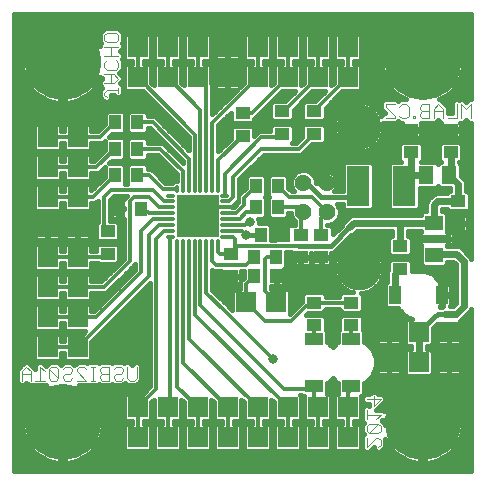
<source format=gbr>
G75*
G70*
%OFA0B0*%
%FSLAX24Y24*%
%IPPOS*%
%LPD*%
%AMOC8*
5,1,8,0,0,1.08239X$1,22.5*
%
%ADD10C,0.0040*%
%ADD11C,0.0118*%
%ADD12R,0.1390X0.1390*%
%ADD13C,0.2540*%
%ADD14R,0.0413X0.0591*%
%ADD15R,0.0591X0.0413*%
%ADD16C,0.0562*%
%ADD17C,0.1500*%
%ADD18R,0.0748X0.1339*%
%ADD19R,0.0510X0.0390*%
%ADD20R,0.0390X0.0510*%
%ADD21R,0.0650X0.0650*%
%ADD22R,0.0591X0.0512*%
%ADD23R,0.1181X0.0276*%
%ADD24R,0.0512X0.0591*%
%ADD25C,0.0120*%
%ADD26C,0.0160*%
%ADD27C,0.0357*%
%ADD28C,0.0240*%
%ADD29C,0.0317*%
D10*
X000938Y005663D02*
X000938Y005970D01*
X001092Y006124D01*
X001245Y005970D01*
X001245Y005663D01*
X001399Y005663D02*
X001706Y005663D01*
X001552Y005663D02*
X001552Y006124D01*
X001706Y005970D01*
X001859Y006047D02*
X002166Y005740D01*
X002089Y005663D01*
X001936Y005663D01*
X001859Y005740D01*
X001859Y006047D01*
X001936Y006124D01*
X002089Y006124D01*
X002166Y006047D01*
X002166Y005740D01*
X002320Y005740D02*
X002320Y005817D01*
X002396Y005894D01*
X002550Y005894D01*
X002627Y005970D01*
X002627Y006047D01*
X002550Y006124D01*
X002396Y006124D01*
X002320Y006047D01*
X002320Y005740D02*
X002396Y005663D01*
X002550Y005663D01*
X002627Y005740D01*
X002780Y005663D02*
X003087Y005663D01*
X002780Y005970D01*
X002780Y006047D01*
X002857Y006124D01*
X003010Y006124D01*
X003087Y006047D01*
X003240Y006124D02*
X003394Y006124D01*
X003317Y006124D02*
X003317Y005663D01*
X003394Y005663D02*
X003240Y005663D01*
X003547Y005740D02*
X003547Y005817D01*
X003624Y005894D01*
X003854Y005894D01*
X004008Y005817D02*
X004008Y005740D01*
X004084Y005663D01*
X004238Y005663D01*
X004315Y005740D01*
X004468Y005740D02*
X004468Y006124D01*
X004315Y006047D02*
X004315Y005970D01*
X004238Y005894D01*
X004084Y005894D01*
X004008Y005817D01*
X003854Y005663D02*
X003624Y005663D01*
X003547Y005740D01*
X003624Y005894D02*
X003547Y005970D01*
X003547Y006047D01*
X003624Y006124D01*
X003854Y006124D01*
X003854Y005663D01*
X004008Y006047D02*
X004084Y006124D01*
X004238Y006124D01*
X004315Y006047D01*
X004468Y005740D02*
X004545Y005663D01*
X004698Y005663D01*
X004775Y005740D01*
X004775Y006124D01*
X001245Y005894D02*
X000938Y005894D01*
X003777Y015111D02*
X003700Y015188D01*
X003700Y015265D01*
X003777Y015342D01*
X004160Y015342D01*
X004160Y015418D02*
X004160Y015265D01*
X004007Y015572D02*
X004160Y015725D01*
X004007Y015879D01*
X003700Y015879D01*
X003777Y016032D02*
X003700Y016109D01*
X003700Y016262D01*
X003777Y016339D01*
X003700Y016493D02*
X004160Y016493D01*
X004084Y016339D02*
X004160Y016262D01*
X004160Y016109D01*
X004084Y016032D01*
X003777Y016032D01*
X003930Y015879D02*
X003930Y015572D01*
X004007Y015572D02*
X003700Y015572D01*
X003930Y016493D02*
X003930Y016799D01*
X003777Y016953D02*
X003700Y017030D01*
X003700Y017183D01*
X003777Y017260D01*
X004084Y017260D01*
X004160Y017183D01*
X004160Y017030D01*
X004084Y016953D01*
X003777Y016953D01*
X003700Y016799D02*
X004160Y016799D01*
X013071Y014874D02*
X013071Y014797D01*
X013378Y014490D01*
X013378Y014413D01*
X013071Y014413D01*
X013071Y014874D02*
X013378Y014874D01*
X013531Y014797D02*
X013608Y014874D01*
X013762Y014874D01*
X013838Y014797D01*
X013838Y014490D01*
X013762Y014413D01*
X013608Y014413D01*
X013531Y014490D01*
X013992Y014490D02*
X013992Y014413D01*
X014068Y014413D01*
X014068Y014490D01*
X013992Y014490D01*
X014222Y014490D02*
X014299Y014413D01*
X014529Y014413D01*
X014529Y014874D01*
X014299Y014874D01*
X014222Y014797D01*
X014222Y014720D01*
X014299Y014644D01*
X014529Y014644D01*
X014682Y014644D02*
X014989Y014644D01*
X014989Y014720D02*
X014989Y014413D01*
X015143Y014413D02*
X015450Y014413D01*
X015450Y014874D01*
X015603Y014874D02*
X015603Y014413D01*
X015910Y014413D02*
X015910Y014874D01*
X015757Y014720D01*
X015603Y014874D01*
X014989Y014720D02*
X014836Y014874D01*
X014682Y014720D01*
X014682Y014413D01*
X014299Y014644D02*
X014222Y014567D01*
X014222Y014490D01*
X012680Y005135D02*
X012680Y004828D01*
X012910Y005058D01*
X012450Y005058D01*
X012450Y004674D02*
X012450Y004368D01*
X012450Y004521D02*
X012910Y004521D01*
X012757Y004368D01*
X012834Y004214D02*
X012527Y003907D01*
X012450Y003984D01*
X012450Y004137D01*
X012527Y004214D01*
X012834Y004214D01*
X012910Y004137D01*
X012910Y003984D01*
X012834Y003907D01*
X012527Y003907D01*
X012450Y003754D02*
X012450Y003447D01*
X012757Y003754D01*
X012834Y003754D01*
X012910Y003677D01*
X012910Y003523D01*
X012834Y003447D01*
D11*
X007494Y010159D02*
X007494Y010317D01*
X007297Y010317D02*
X007297Y010159D01*
X007100Y010159D02*
X007100Y010317D01*
X006903Y010317D02*
X006903Y010159D01*
X006707Y010159D02*
X006707Y010317D01*
X006510Y010317D02*
X006510Y010159D01*
X006313Y010159D02*
X006313Y010317D01*
X006116Y010317D02*
X006116Y010159D01*
X005978Y010454D02*
X005820Y010454D01*
X005820Y010651D02*
X005978Y010651D01*
X005978Y010848D02*
X005820Y010848D01*
X005820Y011045D02*
X005978Y011045D01*
X005978Y011242D02*
X005820Y011242D01*
X005820Y011439D02*
X005978Y011439D01*
X005978Y011635D02*
X005820Y011635D01*
X005820Y011832D02*
X005978Y011832D01*
X006116Y011970D02*
X006116Y012128D01*
X006313Y012128D02*
X006313Y011970D01*
X006510Y011970D02*
X006510Y012128D01*
X006707Y012128D02*
X006707Y011970D01*
X006903Y011970D02*
X006903Y012128D01*
X007100Y012128D02*
X007100Y011970D01*
X007297Y011970D02*
X007297Y012128D01*
X007494Y012128D02*
X007494Y011970D01*
X007632Y011832D02*
X007790Y011832D01*
X007790Y011635D02*
X007632Y011635D01*
X007632Y011439D02*
X007790Y011439D01*
X007790Y011242D02*
X007632Y011242D01*
X007632Y011045D02*
X007790Y011045D01*
X007790Y010848D02*
X007632Y010848D01*
X007632Y010651D02*
X007790Y010651D01*
X007790Y010454D02*
X007632Y010454D01*
D12*
X006805Y011143D03*
D13*
X002305Y016268D03*
X014305Y016268D03*
X014305Y004268D03*
X002305Y004268D03*
D14*
X013393Y008518D03*
X014967Y008518D03*
D15*
X011930Y007056D03*
X010680Y007056D03*
X010680Y005481D03*
X011930Y005481D03*
D16*
X011117Y011276D03*
X010330Y011276D03*
X010330Y012260D03*
X011117Y012260D03*
D17*
X012180Y014131D03*
X012180Y009406D03*
D18*
X012162Y012143D03*
X013698Y012143D03*
D19*
X013930Y013269D03*
X013930Y014017D03*
X015243Y014017D03*
X015243Y013269D03*
X015493Y011642D03*
X015493Y010894D03*
X013555Y010142D03*
X013555Y009394D03*
X011930Y008267D03*
X011930Y007519D03*
X010680Y007519D03*
X010680Y008267D03*
X010930Y009769D03*
X010243Y009769D03*
X010243Y010517D03*
X010930Y010517D03*
X007930Y009892D03*
X007930Y009144D03*
X003805Y009894D03*
X003805Y010642D03*
X008305Y013832D03*
X008305Y014580D03*
X009618Y014642D03*
X009618Y013894D03*
X010680Y013894D03*
X010680Y014642D03*
D20*
X009492Y012143D03*
X009492Y011456D03*
X008743Y011456D03*
X008743Y012143D03*
X008931Y010518D03*
X009679Y010518D03*
X009429Y009768D03*
X009429Y009143D03*
X008681Y009143D03*
X008681Y009768D03*
X004929Y011393D03*
X004181Y011393D03*
X004056Y012518D03*
X004804Y012518D03*
X004804Y013393D03*
X004056Y013393D03*
X004056Y014268D03*
X004804Y014268D03*
D21*
X004805Y015768D03*
X005805Y015768D03*
X006805Y015768D03*
X007805Y015768D03*
X008805Y015768D03*
X009805Y015768D03*
X010805Y015768D03*
X011805Y015768D03*
X011805Y016768D03*
X010805Y016768D03*
X009805Y016768D03*
X008805Y016768D03*
X007805Y016768D03*
X006805Y016768D03*
X005805Y016768D03*
X004805Y016768D03*
X002805Y013768D03*
X002805Y012768D03*
X002805Y011768D03*
X002805Y010768D03*
X002805Y009768D03*
X002805Y008768D03*
X002805Y007768D03*
X002805Y006768D03*
X001805Y006768D03*
X001805Y007768D03*
X001805Y008768D03*
X001805Y009768D03*
X001805Y010768D03*
X001805Y011768D03*
X001805Y012768D03*
X001805Y013768D03*
X008430Y008268D03*
X009430Y008268D03*
X009805Y004768D03*
X009805Y003768D03*
X008805Y003768D03*
X008805Y004768D03*
X007805Y004768D03*
X007805Y003768D03*
X006805Y003768D03*
X005805Y003768D03*
X005805Y004768D03*
X006805Y004768D03*
X004805Y004768D03*
X004805Y003768D03*
X010805Y003768D03*
X010805Y004768D03*
X011805Y004768D03*
X011805Y003768D03*
X013180Y006268D03*
X014180Y006268D03*
X015180Y006268D03*
X015180Y007268D03*
X014180Y007268D03*
X013180Y007268D03*
D22*
X014680Y009862D03*
X014680Y010925D03*
D23*
X014680Y010393D03*
D24*
X014431Y012518D03*
X015179Y012518D03*
D25*
X012180Y009406D02*
X012167Y009393D01*
X010805Y009393D01*
X010680Y009518D01*
X010243Y009769D02*
X009617Y009143D01*
X009429Y009143D01*
X009055Y008643D02*
X009430Y008268D01*
X009055Y008643D02*
X009055Y009706D01*
X009118Y009768D01*
X009429Y009768D01*
X008681Y009768D02*
X008431Y009518D01*
X007430Y009518D01*
X007297Y009651D01*
X007297Y009901D01*
X007297Y010238D01*
X007494Y010238D02*
X007494Y009954D01*
X007555Y009893D01*
X007929Y009893D01*
X007930Y009892D01*
X008087Y010049D01*
X008055Y010081D01*
X008055Y010206D01*
X008118Y010143D01*
X008181Y010143D01*
X008305Y010143D01*
X010180Y010143D01*
X010243Y010517D02*
X010243Y011189D01*
X010330Y011276D01*
X010150Y011456D01*
X009492Y011456D01*
X009868Y011768D02*
X010625Y011768D01*
X011117Y011276D01*
X010930Y011089D01*
X010930Y010517D01*
X009868Y011768D02*
X009493Y012143D01*
X009492Y012143D01*
X008743Y012143D02*
X008430Y011830D01*
X008368Y011767D01*
X008368Y011518D01*
X008091Y011242D01*
X007711Y011242D01*
X007711Y011439D02*
X007930Y011439D01*
X007975Y011439D01*
X008118Y011581D01*
X008180Y011643D01*
X008180Y012018D01*
X008243Y012081D01*
X008180Y012143D01*
X007993Y012456D02*
X007993Y011768D01*
X007930Y011706D01*
X007860Y011635D01*
X007711Y011635D01*
X007711Y011439D02*
X006850Y011439D01*
X006805Y011393D01*
X006805Y011143D01*
X006707Y010238D02*
X006707Y007867D01*
X009805Y004768D01*
X009805Y003768D01*
X008805Y003768D02*
X008805Y004768D01*
X006510Y007064D01*
X006510Y010238D01*
X006313Y010238D02*
X006313Y006260D01*
X007805Y004768D01*
X007805Y003768D01*
X006805Y003768D02*
X006805Y004768D01*
X006116Y005457D01*
X006116Y010238D01*
X005899Y010454D02*
X005899Y004863D01*
X005805Y004768D01*
X005805Y003768D01*
X004805Y003768D02*
X004805Y004768D01*
X005430Y005393D01*
X005430Y010393D01*
X005688Y010651D01*
X005899Y010651D01*
X005899Y010848D02*
X005510Y010848D01*
X005180Y010518D01*
X005180Y009143D01*
X002805Y006768D01*
X001805Y006768D01*
X001805Y007768D02*
X002805Y007768D01*
X003430Y007768D01*
X004930Y009268D01*
X004930Y010643D01*
X005332Y011045D01*
X005899Y011045D01*
X005899Y011242D02*
X005331Y011242D01*
X005206Y011242D01*
X004929Y011393D01*
X004555Y011643D02*
X004680Y011768D01*
X005180Y011768D01*
X005510Y011439D01*
X005635Y011439D01*
X005899Y011439D01*
X005899Y011635D02*
X005688Y011635D01*
X005305Y012018D01*
X003930Y012018D01*
X003680Y011768D01*
X003680Y010767D01*
X003805Y010642D01*
X003680Y010767D01*
X004180Y010893D02*
X004305Y011018D01*
X004305Y011392D01*
X004181Y011393D01*
X004555Y011643D02*
X004555Y010143D01*
X004555Y009643D01*
X003680Y008768D01*
X002805Y008768D01*
X001805Y008768D01*
X001805Y009768D02*
X002805Y009768D01*
X003679Y009768D01*
X003805Y009894D01*
X003306Y011768D02*
X002805Y011768D01*
X001805Y011768D01*
X001805Y012768D02*
X002805Y012768D01*
X003430Y012768D01*
X004055Y013393D01*
X004056Y013393D01*
X003556Y013768D02*
X004056Y014268D01*
X003556Y013768D02*
X002805Y013768D01*
X001805Y013768D01*
X003306Y011768D02*
X004056Y012518D01*
X004055Y012393D01*
X004804Y012518D02*
X005180Y012518D01*
X005649Y012049D01*
X006116Y012049D01*
X006313Y012049D02*
X006313Y012635D01*
X005555Y013393D01*
X004804Y013393D01*
X004804Y014268D02*
X005305Y014268D01*
X006510Y013064D01*
X006510Y012049D01*
X006707Y012049D02*
X006707Y013867D01*
X004805Y015768D01*
X004805Y016768D01*
X005805Y016768D02*
X005805Y015768D01*
X006903Y014670D01*
X006903Y014420D01*
X006903Y012049D01*
X007100Y012049D02*
X007100Y015473D01*
X006805Y015768D01*
X006805Y016768D01*
X008805Y016768D02*
X008805Y015768D01*
X007297Y014260D01*
X007297Y013010D01*
X007297Y012049D01*
X007494Y012049D02*
X007494Y012708D01*
X007494Y013021D01*
X008305Y013832D01*
X008930Y013768D02*
X009180Y013768D01*
X009554Y013768D01*
X009618Y013894D01*
X010179Y013393D02*
X009055Y013393D01*
X008930Y013393D01*
X008868Y013331D01*
X007993Y012456D01*
X007711Y012549D02*
X007711Y012299D01*
X007711Y011832D01*
X007711Y011439D02*
X007930Y011439D01*
X007711Y011045D02*
X008207Y011045D01*
X008430Y011268D01*
X008680Y011268D01*
X008680Y011392D01*
X008743Y011456D01*
X008555Y010956D02*
X008385Y010848D01*
X007711Y010848D01*
X007711Y010651D02*
X008297Y010651D01*
X008430Y010518D01*
X008055Y010393D02*
X008055Y010206D01*
X008055Y010393D02*
X007994Y010454D01*
X007711Y010454D01*
X007100Y010238D02*
X007100Y008598D01*
X007680Y008018D01*
X009305Y006393D01*
X009680Y005393D02*
X010592Y005393D01*
X010680Y005481D01*
X010643Y005393D01*
X010680Y005481D02*
X010680Y005018D01*
X010680Y004893D01*
X010805Y004768D01*
X010805Y003768D01*
X011805Y003768D02*
X011805Y004768D01*
X011805Y005231D01*
X011930Y005481D01*
X011805Y005268D02*
X011805Y005231D01*
X011930Y007056D02*
X011930Y007519D01*
X011930Y008267D02*
X010680Y008267D01*
X010429Y008142D01*
X009930Y007643D01*
X009055Y007643D01*
X008430Y008268D01*
X008430Y008769D01*
X008430Y008892D01*
X008681Y009143D01*
X006903Y008170D02*
X009680Y005393D01*
X010680Y007056D02*
X010680Y007519D01*
X006903Y008170D02*
X006903Y010238D01*
X007711Y012549D02*
X008930Y013768D01*
X008617Y014580D02*
X008305Y014580D01*
X008617Y014580D02*
X009805Y015768D01*
X009805Y016768D01*
X010805Y016768D02*
X010805Y015768D01*
X009680Y014643D01*
X009618Y014642D01*
X010680Y014643D02*
X011805Y015768D01*
X011805Y016768D01*
X010680Y014643D02*
X010680Y014642D01*
X010680Y013894D02*
X010179Y013393D01*
D26*
X000686Y017888D02*
X000686Y002649D01*
X015924Y002649D01*
X015924Y008053D01*
X015900Y007996D01*
X015827Y007923D01*
X015577Y007673D01*
X015550Y007661D01*
X015550Y007661D01*
X015573Y007639D01*
X015585Y007609D01*
X015585Y007276D01*
X015188Y007276D01*
X015188Y007261D01*
X015585Y007261D01*
X015585Y006927D01*
X015573Y006898D01*
X015550Y006875D01*
X015521Y006863D01*
X015188Y006863D01*
X015188Y007261D01*
X015172Y007261D01*
X014775Y007261D01*
X014775Y006927D01*
X014787Y006898D01*
X014810Y006875D01*
X014839Y006863D01*
X015172Y006863D01*
X015172Y007261D01*
X015172Y007276D01*
X014775Y007276D01*
X014775Y007552D01*
X014771Y007548D01*
X014645Y007422D01*
X014645Y006885D01*
X014563Y006803D01*
X014440Y006803D01*
X014440Y006733D01*
X014563Y006733D01*
X014645Y006651D01*
X014645Y005885D01*
X014563Y005803D01*
X013797Y005803D01*
X013715Y005885D01*
X013715Y006651D01*
X013797Y006733D01*
X013920Y006733D01*
X013920Y006803D01*
X013797Y006803D01*
X013715Y006885D01*
X013715Y007651D01*
X013797Y007733D01*
X013955Y007733D01*
X013720Y007830D01*
X013492Y008059D01*
X013482Y008083D01*
X013128Y008083D01*
X013046Y008165D01*
X013046Y008872D01*
X013128Y008954D01*
X013133Y008954D01*
X013133Y009284D01*
X013160Y009350D01*
X013160Y009647D01*
X013242Y009729D01*
X013868Y009729D01*
X013950Y009647D01*
X013950Y009301D01*
X014019Y009330D01*
X014341Y009330D01*
X014640Y009206D01*
X014868Y008978D01*
X014903Y008894D01*
X014944Y008894D01*
X014944Y008794D01*
X014991Y008682D01*
X014991Y008894D01*
X015190Y008894D01*
X015219Y008881D01*
X015242Y008859D01*
X015254Y008829D01*
X015254Y008542D01*
X014991Y008542D01*
X014991Y008495D01*
X015254Y008495D01*
X015254Y008207D01*
X015242Y008178D01*
X015219Y008155D01*
X015215Y008153D01*
X015322Y008153D01*
X015420Y008251D01*
X015420Y009536D01*
X015322Y009633D01*
X015115Y009633D01*
X015115Y009548D01*
X015033Y009466D01*
X014327Y009466D01*
X014245Y009548D01*
X014245Y010176D01*
X014074Y010176D01*
X014044Y010188D01*
X014022Y010210D01*
X014009Y010240D01*
X014009Y010393D01*
X014680Y010393D01*
X014680Y010393D01*
X015351Y010393D01*
X015351Y010240D01*
X015338Y010210D01*
X015316Y010188D01*
X015286Y010176D01*
X015115Y010176D01*
X015115Y010153D01*
X015482Y010153D01*
X015577Y010114D01*
X015650Y010041D01*
X015827Y009864D01*
X015827Y009864D01*
X015900Y009791D01*
X015924Y009733D01*
X015924Y014253D01*
X015844Y014253D01*
X015757Y014340D01*
X015669Y014253D01*
X015567Y014253D01*
X015577Y014228D01*
X015577Y014035D01*
X015260Y014035D01*
X015260Y014000D01*
X015577Y014000D01*
X015577Y013806D01*
X015565Y013777D01*
X015543Y013755D01*
X015513Y013742D01*
X015260Y013742D01*
X015260Y014000D01*
X015225Y014000D01*
X014908Y014000D01*
X014908Y013806D01*
X014920Y013777D01*
X014942Y013755D01*
X014972Y013742D01*
X015225Y013742D01*
X015225Y014000D01*
X015225Y014035D01*
X014907Y014035D01*
X014908Y014228D01*
X014919Y014257D01*
X014836Y014340D01*
X014749Y014253D01*
X014616Y014253D01*
X014606Y014264D01*
X014595Y014253D01*
X014255Y014253D01*
X014265Y014228D01*
X014265Y014035D01*
X013948Y014035D01*
X013948Y014000D01*
X014265Y014000D01*
X014265Y013806D01*
X014253Y013777D01*
X014230Y013755D01*
X014201Y013742D01*
X013948Y013742D01*
X013948Y014000D01*
X013912Y014000D01*
X013595Y014000D01*
X013595Y013806D01*
X013607Y013777D01*
X013630Y013755D01*
X013659Y013742D01*
X013912Y013742D01*
X013912Y014000D01*
X013912Y014035D01*
X013595Y014035D01*
X013595Y014228D01*
X013605Y014253D01*
X013542Y014253D01*
X013493Y014302D01*
X013444Y014253D01*
X013005Y014253D01*
X013000Y014258D01*
X013007Y014211D01*
X012260Y014211D01*
X012100Y014211D01*
X012100Y014957D01*
X012018Y014946D01*
X011913Y014918D01*
X011812Y014877D01*
X011718Y014822D01*
X011632Y014756D01*
X011555Y014679D01*
X011488Y014593D01*
X011434Y014498D01*
X011392Y014398D01*
X011364Y014293D01*
X011353Y014211D01*
X012100Y014211D01*
X012100Y014051D01*
X011353Y014051D01*
X011364Y013968D01*
X011392Y013863D01*
X011434Y013763D01*
X011488Y013668D01*
X011555Y013582D01*
X011632Y013505D01*
X011718Y013439D01*
X011812Y013385D01*
X011913Y013343D01*
X012018Y013315D01*
X012100Y013304D01*
X012100Y014051D01*
X012260Y014051D01*
X012260Y014211D01*
X012260Y014957D01*
X012342Y014946D01*
X012447Y014918D01*
X012548Y014877D01*
X012642Y014822D01*
X012728Y014756D01*
X012805Y014679D01*
X012872Y014593D01*
X012926Y014498D01*
X012927Y014496D01*
X013005Y014573D01*
X013068Y014573D01*
X012911Y014731D01*
X012911Y014940D01*
X013005Y015034D01*
X013444Y015034D01*
X013493Y014985D01*
X013542Y015034D01*
X013758Y015034D01*
X013727Y015046D01*
X013610Y015109D01*
X013500Y015183D01*
X013397Y015267D01*
X013304Y015361D01*
X013219Y015463D01*
X013146Y015573D01*
X013083Y015690D01*
X013032Y015813D01*
X012994Y015940D01*
X012968Y016070D01*
X012956Y016188D01*
X014225Y016188D01*
X014225Y016348D01*
X012956Y016348D01*
X012968Y016467D01*
X012994Y016597D01*
X013032Y016724D01*
X013083Y016846D01*
X013146Y016963D01*
X013219Y017073D01*
X013304Y017176D01*
X013397Y017270D01*
X013500Y017354D01*
X013610Y017428D01*
X013727Y017490D01*
X013850Y017541D01*
X013977Y017579D01*
X014107Y017605D01*
X014225Y017617D01*
X014225Y016348D01*
X014385Y016348D01*
X015654Y016348D01*
X015642Y016467D01*
X015616Y016597D01*
X015578Y016724D01*
X015527Y016846D01*
X015464Y016963D01*
X015391Y017073D01*
X015306Y017176D01*
X015213Y017270D01*
X015110Y017354D01*
X015000Y017428D01*
X014883Y017490D01*
X014760Y017541D01*
X014633Y017579D01*
X014503Y017605D01*
X014385Y017617D01*
X014385Y016348D01*
X014385Y016188D01*
X015654Y016188D01*
X015642Y016070D01*
X015616Y015940D01*
X015578Y015813D01*
X015527Y015690D01*
X015464Y015573D01*
X015391Y015463D01*
X015306Y015361D01*
X015213Y015267D01*
X015110Y015183D01*
X015000Y015109D01*
X014883Y015046D01*
X014852Y015034D01*
X014902Y015034D01*
X015149Y014787D01*
X015149Y014573D01*
X015290Y014573D01*
X015290Y014940D01*
X015383Y015034D01*
X015516Y015034D01*
X015526Y015023D01*
X015537Y015034D01*
X015669Y015034D01*
X015757Y014947D01*
X015844Y015034D01*
X015924Y015034D01*
X015924Y017888D01*
X000686Y017888D01*
X000686Y017801D02*
X015924Y017801D01*
X015924Y017643D02*
X000686Y017643D01*
X000686Y017484D02*
X001716Y017484D01*
X001727Y017490D02*
X001610Y017428D01*
X001500Y017354D01*
X001397Y017270D01*
X001304Y017176D01*
X001219Y017073D01*
X001146Y016963D01*
X001083Y016846D01*
X001032Y016724D01*
X000994Y016597D01*
X000968Y016467D01*
X000956Y016348D01*
X002225Y016348D01*
X002225Y016188D01*
X002385Y016188D01*
X002385Y014920D01*
X002503Y014931D01*
X002633Y014957D01*
X002760Y014996D01*
X002883Y015046D01*
X003000Y015109D01*
X003110Y015183D01*
X003213Y015267D01*
X003306Y015361D01*
X003391Y015463D01*
X003464Y015573D01*
X003527Y015690D01*
X003566Y015786D01*
X003627Y015725D01*
X003540Y015638D01*
X003540Y015505D01*
X003627Y015418D01*
X003617Y015408D01*
X003596Y015387D01*
X003540Y015331D01*
X003540Y015122D01*
X003634Y015028D01*
X003710Y014951D01*
X003843Y014951D01*
X003937Y015045D01*
X003937Y015178D01*
X003933Y015182D01*
X004017Y015182D01*
X004094Y015105D01*
X004227Y015105D01*
X004320Y015199D01*
X004320Y015485D01*
X004233Y015572D01*
X004320Y015659D01*
X004320Y015791D01*
X004319Y015793D01*
X004227Y015885D01*
X004227Y015885D01*
X004195Y015917D01*
X004208Y015930D01*
X004227Y015949D01*
X004263Y015985D01*
X004320Y016043D01*
X004320Y016329D01*
X004272Y016377D01*
X004320Y016426D01*
X004320Y016559D01*
X004233Y016646D01*
X004320Y016733D01*
X004320Y016866D01*
X004272Y016915D01*
X004320Y016963D01*
X004320Y017249D01*
X004150Y017420D01*
X003710Y017420D01*
X003654Y017364D01*
X003617Y017326D01*
X003596Y017305D01*
X003540Y017249D01*
X003540Y016963D01*
X003589Y016915D01*
X003540Y016866D01*
X003540Y016814D01*
X003527Y016846D01*
X003464Y016963D01*
X003391Y017073D01*
X003306Y017176D01*
X003213Y017270D01*
X003110Y017354D01*
X003000Y017428D01*
X002883Y017490D01*
X002760Y017541D01*
X002633Y017579D01*
X002503Y017605D01*
X002385Y017617D01*
X002385Y016348D01*
X002225Y016348D01*
X002225Y017617D01*
X002107Y017605D01*
X001977Y017579D01*
X001850Y017541D01*
X001727Y017490D01*
X001466Y017326D02*
X000686Y017326D01*
X000686Y017167D02*
X001296Y017167D01*
X001176Y017009D02*
X000686Y017009D01*
X000686Y016850D02*
X001085Y016850D01*
X001023Y016692D02*
X000686Y016692D01*
X000686Y016533D02*
X000981Y016533D01*
X000959Y016375D02*
X000686Y016375D01*
X000686Y016216D02*
X002225Y016216D01*
X002225Y016188D02*
X000956Y016188D01*
X000968Y016070D01*
X000994Y015940D01*
X001032Y015813D01*
X001083Y015690D01*
X001146Y015573D01*
X001219Y015463D01*
X001304Y015361D01*
X001397Y015267D01*
X001500Y015183D01*
X001610Y015109D01*
X001727Y015046D01*
X001850Y014996D01*
X001977Y014957D01*
X002107Y014931D01*
X002225Y014920D01*
X002225Y016188D01*
X002225Y016058D02*
X002385Y016058D01*
X002385Y015899D02*
X002225Y015899D01*
X002225Y015741D02*
X002385Y015741D01*
X002385Y015582D02*
X002225Y015582D01*
X002225Y015424D02*
X002385Y015424D01*
X002385Y015265D02*
X002225Y015265D01*
X002225Y015107D02*
X002385Y015107D01*
X002385Y014948D02*
X002225Y014948D01*
X002021Y014948D02*
X000686Y014948D01*
X000686Y014790D02*
X005501Y014790D01*
X005659Y014631D02*
X005089Y014631D01*
X005057Y014663D02*
X004551Y014663D01*
X004469Y014581D01*
X004469Y013955D01*
X004551Y013873D01*
X005057Y013873D01*
X005139Y013955D01*
X005139Y014068D01*
X005222Y014068D01*
X006310Y012981D01*
X006310Y012921D01*
X005755Y013476D01*
X005638Y013593D01*
X005139Y013593D01*
X005139Y013706D01*
X005057Y013788D01*
X004551Y013788D01*
X004469Y013706D01*
X004469Y013080D01*
X004551Y012998D01*
X005057Y012998D01*
X005139Y013080D01*
X005139Y013193D01*
X005472Y013193D01*
X006113Y012553D01*
X006113Y012327D01*
X006034Y012327D01*
X005956Y012249D01*
X005732Y012249D01*
X005380Y012601D01*
X005263Y012718D01*
X005139Y012718D01*
X005139Y012831D01*
X005057Y012913D01*
X004551Y012913D01*
X004469Y012831D01*
X004469Y012218D01*
X004391Y012218D01*
X004391Y012831D01*
X004309Y012913D01*
X003858Y012913D01*
X003943Y012998D01*
X004309Y012998D01*
X004391Y013080D01*
X004391Y013706D01*
X004309Y013788D01*
X003859Y013788D01*
X003944Y013873D01*
X004309Y013873D01*
X004391Y013955D01*
X004391Y014581D01*
X004309Y014663D01*
X003803Y014663D01*
X003721Y014581D01*
X003721Y014216D01*
X003473Y013968D01*
X003270Y013968D01*
X003270Y014151D01*
X003188Y014233D01*
X002422Y014233D01*
X002340Y014151D01*
X002340Y013968D01*
X002270Y013968D01*
X002270Y014151D01*
X002188Y014233D01*
X001422Y014233D01*
X001340Y014151D01*
X001340Y013385D01*
X001422Y013303D01*
X002188Y013303D01*
X002270Y013385D01*
X002270Y013568D01*
X002340Y013568D01*
X002340Y013385D01*
X002422Y013303D01*
X003188Y013303D01*
X003270Y013385D01*
X003270Y013568D01*
X003639Y013568D01*
X003721Y013650D01*
X003721Y013342D01*
X003347Y012968D01*
X003270Y012968D01*
X003270Y013151D01*
X003188Y013233D01*
X002422Y013233D01*
X002340Y013151D01*
X002340Y012968D01*
X002270Y012968D01*
X002270Y013151D01*
X002188Y013233D01*
X001422Y013233D01*
X001340Y013151D01*
X001340Y012385D01*
X001422Y012303D01*
X002188Y012303D01*
X002270Y012385D01*
X002270Y012568D01*
X002340Y012568D01*
X002340Y012385D01*
X002422Y012303D01*
X003188Y012303D01*
X003270Y012385D01*
X003270Y012568D01*
X003513Y012568D01*
X003630Y012685D01*
X003721Y012776D01*
X003721Y012466D01*
X003270Y012015D01*
X003270Y012151D01*
X003188Y012233D01*
X002422Y012233D01*
X002340Y012151D01*
X002340Y011968D01*
X002270Y011968D01*
X002270Y012151D01*
X002188Y012233D01*
X001422Y012233D01*
X001340Y012151D01*
X001340Y011385D01*
X001422Y011303D01*
X002188Y011303D01*
X002270Y011385D01*
X002270Y011568D01*
X002340Y011568D01*
X002340Y011385D01*
X002422Y011303D01*
X003188Y011303D01*
X003270Y011385D01*
X003270Y011568D01*
X003389Y011568D01*
X003480Y011659D01*
X003480Y010965D01*
X003410Y010895D01*
X003410Y010389D01*
X003492Y010307D01*
X004118Y010307D01*
X004200Y010389D01*
X004200Y010895D01*
X004118Y010977D01*
X003880Y010977D01*
X003880Y011685D01*
X004013Y011818D01*
X004447Y011818D01*
X004357Y011728D01*
X004198Y011728D01*
X004198Y011411D01*
X004163Y011411D01*
X004163Y011376D01*
X003906Y011376D01*
X003906Y011122D01*
X003918Y011093D01*
X003941Y011070D01*
X003970Y011058D01*
X004163Y011058D01*
X004163Y011376D01*
X004198Y011376D01*
X004198Y011058D01*
X004355Y011058D01*
X004355Y009726D01*
X003597Y008968D01*
X003270Y008968D01*
X003270Y009151D01*
X003188Y009233D01*
X002422Y009233D01*
X002340Y009151D01*
X002340Y008968D01*
X002270Y008968D01*
X002270Y009151D01*
X002188Y009233D01*
X001422Y009233D01*
X001340Y009151D01*
X001340Y008385D01*
X001422Y008303D01*
X002188Y008303D01*
X002270Y008385D01*
X002270Y008568D01*
X002340Y008568D01*
X002340Y008385D01*
X002422Y008303D01*
X003188Y008303D01*
X003270Y008385D01*
X003270Y008568D01*
X003763Y008568D01*
X004638Y009443D01*
X004730Y009535D01*
X004730Y009351D01*
X003347Y007968D01*
X003270Y007968D01*
X003270Y008151D01*
X003188Y008233D01*
X002422Y008233D01*
X002340Y008151D01*
X002340Y007968D01*
X002270Y007968D01*
X002270Y008151D01*
X002188Y008233D01*
X001422Y008233D01*
X001340Y008151D01*
X001340Y007385D01*
X001422Y007303D01*
X002188Y007303D01*
X002270Y007385D01*
X002270Y007568D01*
X002340Y007568D01*
X002340Y007385D01*
X002422Y007303D01*
X003057Y007303D01*
X002987Y007233D01*
X002422Y007233D01*
X002340Y007151D01*
X002340Y006968D01*
X002270Y006968D01*
X002270Y007151D01*
X002188Y007233D01*
X001422Y007233D01*
X001340Y007151D01*
X001340Y006385D01*
X001422Y006303D01*
X002188Y006303D01*
X002270Y006385D01*
X002270Y006568D01*
X002340Y006568D01*
X002340Y006385D01*
X002422Y006303D01*
X003188Y006303D01*
X003270Y006385D01*
X003270Y006950D01*
X005230Y008910D01*
X005230Y005476D01*
X004987Y005233D01*
X004422Y005233D01*
X004340Y005151D01*
X004340Y004385D01*
X004422Y004303D01*
X004605Y004303D01*
X004605Y004233D01*
X004422Y004233D01*
X004340Y004151D01*
X004340Y003385D01*
X004422Y003303D01*
X005188Y003303D01*
X005270Y003385D01*
X005270Y004151D01*
X005188Y004233D01*
X005005Y004233D01*
X005005Y004303D01*
X005188Y004303D01*
X005270Y004385D01*
X005270Y004950D01*
X005340Y005020D01*
X005340Y004385D01*
X005422Y004303D01*
X005605Y004303D01*
X005605Y004233D01*
X005422Y004233D01*
X005340Y004151D01*
X005340Y003385D01*
X005422Y003303D01*
X006188Y003303D01*
X006270Y003385D01*
X006270Y004151D01*
X006188Y004233D01*
X006005Y004233D01*
X006005Y004303D01*
X006188Y004303D01*
X006270Y004385D01*
X006270Y005020D01*
X006340Y004950D01*
X006340Y004385D01*
X006422Y004303D01*
X006605Y004303D01*
X006605Y004233D01*
X006422Y004233D01*
X006340Y004151D01*
X006340Y003385D01*
X006422Y003303D01*
X007188Y003303D01*
X007270Y003385D01*
X007270Y004151D01*
X007188Y004233D01*
X007005Y004233D01*
X007005Y004303D01*
X007188Y004303D01*
X007270Y004385D01*
X007270Y005020D01*
X007340Y004950D01*
X007340Y004385D01*
X007422Y004303D01*
X007605Y004303D01*
X007605Y004233D01*
X007422Y004233D01*
X007340Y004151D01*
X007340Y003385D01*
X007422Y003303D01*
X008188Y003303D01*
X008270Y003385D01*
X008270Y004151D01*
X008188Y004233D01*
X008005Y004233D01*
X008005Y004303D01*
X008188Y004303D01*
X008270Y004385D01*
X008270Y005020D01*
X008340Y004950D01*
X008340Y004385D01*
X008422Y004303D01*
X008605Y004303D01*
X008605Y004233D01*
X008422Y004233D01*
X008340Y004151D01*
X008340Y003385D01*
X008422Y003303D01*
X009188Y003303D01*
X009270Y003385D01*
X009270Y004151D01*
X009188Y004233D01*
X009005Y004233D01*
X009005Y004303D01*
X009188Y004303D01*
X009270Y004385D01*
X009270Y005020D01*
X009340Y004950D01*
X009340Y004385D01*
X009422Y004303D01*
X009605Y004303D01*
X009605Y004233D01*
X009422Y004233D01*
X009340Y004151D01*
X009340Y003385D01*
X009422Y003303D01*
X010188Y003303D01*
X010270Y003385D01*
X010270Y004151D01*
X010188Y004233D01*
X010005Y004233D01*
X010005Y004303D01*
X010188Y004303D01*
X010270Y004385D01*
X010270Y005151D01*
X010228Y005193D01*
X010268Y005193D01*
X010327Y005134D01*
X010340Y005134D01*
X010340Y004385D01*
X010422Y004303D01*
X010605Y004303D01*
X010605Y004233D01*
X010422Y004233D01*
X010340Y004151D01*
X010340Y003385D01*
X010422Y003303D01*
X011188Y003303D01*
X011270Y003385D01*
X011270Y004151D01*
X011188Y004233D01*
X011005Y004233D01*
X011005Y004303D01*
X011188Y004303D01*
X011270Y004385D01*
X011270Y005151D01*
X011188Y005233D01*
X011115Y005233D01*
X011115Y005570D01*
X011140Y005580D01*
X011305Y005746D01*
X011470Y005580D01*
X011495Y005570D01*
X011495Y005233D01*
X011422Y005233D01*
X011340Y005151D01*
X011340Y004385D01*
X011422Y004303D01*
X011605Y004303D01*
X011605Y004233D01*
X011422Y004233D01*
X011340Y004151D01*
X011340Y003385D01*
X011422Y003303D01*
X012188Y003303D01*
X012270Y003385D01*
X012270Y004151D01*
X012188Y004233D01*
X012005Y004233D01*
X012005Y004303D01*
X012188Y004303D01*
X012270Y004385D01*
X012270Y005134D01*
X012283Y005134D01*
X012365Y005216D01*
X012365Y005570D01*
X012390Y005580D01*
X012618Y005809D01*
X012741Y006107D01*
X012741Y006430D01*
X012618Y006728D01*
X012390Y006956D01*
X012365Y006966D01*
X012365Y007320D01*
X012325Y007361D01*
X012325Y007772D01*
X012243Y007854D01*
X011617Y007854D01*
X011535Y007772D01*
X011535Y007361D01*
X011495Y007320D01*
X011495Y006966D01*
X011470Y006956D01*
X011305Y006791D01*
X011140Y006956D01*
X011115Y006966D01*
X011115Y007320D01*
X011075Y007361D01*
X011075Y007772D01*
X010993Y007854D01*
X010424Y007854D01*
X010502Y007932D01*
X010993Y007932D01*
X011075Y008014D01*
X011075Y008067D01*
X011535Y008067D01*
X011535Y008014D01*
X011617Y007932D01*
X012243Y007932D01*
X012325Y008014D01*
X012325Y008520D01*
X012265Y008580D01*
X012342Y008590D01*
X012447Y008618D01*
X012548Y008660D01*
X012642Y008715D01*
X012728Y008781D01*
X012805Y008858D01*
X012872Y008944D01*
X012926Y009038D01*
X012968Y009139D01*
X012996Y009244D01*
X013007Y009326D01*
X012260Y009326D01*
X012260Y009486D01*
X013007Y009486D01*
X012996Y009568D01*
X012968Y009673D01*
X012926Y009774D01*
X012872Y009868D01*
X012805Y009955D01*
X012728Y010031D01*
X012642Y010098D01*
X012548Y010152D01*
X012447Y010194D01*
X012342Y010222D01*
X012260Y010233D01*
X012260Y009486D01*
X012100Y009486D01*
X012100Y009326D01*
X011353Y009326D01*
X011364Y009244D01*
X011392Y009139D01*
X011434Y009038D01*
X011488Y008944D01*
X011555Y008858D01*
X011632Y008781D01*
X011718Y008715D01*
X011812Y008660D01*
X011913Y008618D01*
X011973Y008602D01*
X011617Y008602D01*
X011535Y008520D01*
X011535Y008467D01*
X011075Y008467D01*
X011075Y008520D01*
X010993Y008602D01*
X010367Y008602D01*
X010285Y008520D01*
X010285Y008294D01*
X010266Y008284D01*
X010254Y008250D01*
X009895Y007891D01*
X009895Y008651D01*
X009813Y008733D01*
X009255Y008733D01*
X009255Y008808D01*
X009412Y008808D01*
X009412Y009126D01*
X009447Y009126D01*
X009447Y009161D01*
X009704Y009161D01*
X009704Y009395D01*
X009764Y009455D01*
X009764Y009943D01*
X009908Y009943D01*
X009907Y009787D01*
X010225Y009787D01*
X010225Y009752D01*
X009908Y009752D01*
X009908Y009558D01*
X009920Y009529D01*
X009942Y009506D01*
X009972Y009494D01*
X010225Y009494D01*
X010225Y009752D01*
X010260Y009752D01*
X010260Y009787D01*
X010577Y009787D01*
X010577Y009923D01*
X010595Y009923D01*
X010595Y009787D01*
X010912Y009787D01*
X010912Y009752D01*
X010595Y009752D01*
X010595Y009558D01*
X010607Y009529D01*
X010630Y009506D01*
X010659Y009494D01*
X010912Y009494D01*
X010912Y009752D01*
X010948Y009752D01*
X010948Y009787D01*
X011265Y009787D01*
X011265Y009923D01*
X011334Y009923D01*
X011919Y010508D01*
X012015Y010548D01*
X012132Y010665D01*
X013295Y010665D01*
X013295Y010477D01*
X013242Y010477D01*
X013160Y010395D01*
X013160Y009889D01*
X013242Y009807D01*
X013868Y009807D01*
X013950Y009889D01*
X013950Y010395D01*
X013868Y010477D01*
X013815Y010477D01*
X013815Y010665D01*
X014245Y010665D01*
X014245Y010611D01*
X014074Y010611D01*
X014044Y010599D01*
X014022Y010576D01*
X014009Y010547D01*
X014009Y010393D01*
X014680Y010393D01*
X014680Y010393D01*
X015351Y010393D01*
X015351Y010547D01*
X015338Y010576D01*
X015316Y010599D01*
X015286Y010611D01*
X015115Y010611D01*
X015115Y011239D01*
X015033Y011321D01*
X014940Y011321D01*
X014940Y011382D01*
X015105Y011382D01*
X015180Y011307D01*
X015805Y011307D01*
X015887Y011389D01*
X015887Y011895D01*
X015805Y011977D01*
X015752Y011977D01*
X015752Y012257D01*
X015713Y012352D01*
X015575Y012490D01*
X015575Y012872D01*
X015512Y012934D01*
X015555Y012934D01*
X015637Y013016D01*
X015637Y013522D01*
X015924Y013522D01*
X015924Y013680D02*
X012878Y013680D01*
X012872Y013668D02*
X012926Y013763D01*
X012968Y013863D01*
X012996Y013968D01*
X013007Y014051D01*
X012260Y014051D01*
X012260Y013304D01*
X012342Y013315D01*
X012447Y013343D01*
X012548Y013385D01*
X012642Y013439D01*
X012728Y013505D01*
X012805Y013582D01*
X012872Y013668D01*
X012958Y013839D02*
X013595Y013839D01*
X013595Y013997D02*
X013000Y013997D01*
X012745Y013522D02*
X013535Y013522D01*
X013535Y013016D01*
X013599Y012953D01*
X013266Y012953D01*
X013184Y012871D01*
X013184Y011416D01*
X013266Y011334D01*
X014130Y011334D01*
X014212Y011416D01*
X014212Y012083D01*
X014745Y012083D01*
X014805Y012143D01*
X014865Y012083D01*
X015233Y012083D01*
X015233Y011977D01*
X015180Y011977D01*
X015105Y011902D01*
X014752Y011902D01*
X014657Y011863D01*
X014533Y011739D01*
X014460Y011666D01*
X014420Y011570D01*
X014420Y011321D01*
X014327Y011321D01*
X014245Y011239D01*
X014245Y011185D01*
X011972Y011185D01*
X011877Y011145D01*
X011647Y010916D01*
X011608Y010820D01*
X011608Y010819D01*
X011325Y010537D01*
X011325Y010770D01*
X011243Y010852D01*
X011130Y010852D01*
X011130Y010855D01*
X011201Y010855D01*
X011356Y010919D01*
X011474Y011038D01*
X011538Y011192D01*
X011538Y011360D01*
X011474Y011515D01*
X011440Y011548D01*
X011648Y011548D01*
X011648Y011416D01*
X011730Y011334D01*
X012594Y011334D01*
X012676Y011416D01*
X012676Y012871D01*
X012594Y012953D01*
X011730Y012953D01*
X011648Y012871D01*
X011648Y011988D01*
X011356Y011988D01*
X011397Y012030D01*
X011437Y012089D01*
X011464Y012155D01*
X011478Y012225D01*
X011478Y012250D01*
X011128Y012250D01*
X011128Y012271D01*
X011478Y012271D01*
X011478Y012296D01*
X011464Y012366D01*
X011437Y012431D01*
X011397Y012491D01*
X011347Y012541D01*
X011288Y012580D01*
X011222Y012608D01*
X011153Y012622D01*
X011128Y012622D01*
X011128Y012271D01*
X011106Y012271D01*
X011106Y012250D01*
X010760Y012250D01*
X010751Y012259D01*
X010751Y012344D01*
X010687Y012499D01*
X010568Y012617D01*
X010413Y012682D01*
X010246Y012682D01*
X010091Y012617D01*
X009973Y012499D01*
X009909Y012344D01*
X009909Y012177D01*
X009973Y012022D01*
X010026Y011968D01*
X009950Y011968D01*
X009827Y012092D01*
X009827Y012456D01*
X009745Y012538D01*
X009239Y012538D01*
X009157Y012456D01*
X009157Y011830D01*
X009187Y011800D01*
X009157Y011769D01*
X009157Y011143D01*
X009239Y011061D01*
X009745Y011061D01*
X009827Y011143D01*
X009827Y011256D01*
X009909Y011256D01*
X009909Y011192D01*
X009973Y011038D01*
X010043Y010968D01*
X010043Y010852D01*
X009930Y010852D01*
X009919Y010841D01*
X009890Y010853D01*
X009697Y010853D01*
X009697Y010536D01*
X009662Y010536D01*
X009662Y010853D01*
X009468Y010853D01*
X009439Y010841D01*
X009416Y010819D01*
X009404Y010789D01*
X009404Y010536D01*
X009662Y010536D01*
X009662Y010501D01*
X009404Y010501D01*
X009404Y010343D01*
X009266Y010343D01*
X009266Y010831D01*
X009184Y010913D01*
X008854Y010913D01*
X008854Y011015D01*
X008835Y011061D01*
X008996Y011061D01*
X009078Y011143D01*
X009078Y011769D01*
X009048Y011800D01*
X009078Y011830D01*
X009078Y012456D01*
X008996Y012538D01*
X008490Y012538D01*
X008408Y012456D01*
X008408Y012091D01*
X008230Y011913D01*
X008192Y011875D01*
X008192Y012373D01*
X009013Y013193D01*
X010262Y013193D01*
X010628Y013559D01*
X010993Y013559D01*
X011075Y013641D01*
X011075Y014147D01*
X010993Y014229D01*
X010367Y014229D01*
X010285Y014147D01*
X010285Y013782D01*
X010096Y013593D01*
X009965Y013593D01*
X010012Y013641D01*
X010012Y014147D01*
X009930Y014229D01*
X009305Y014229D01*
X009223Y014147D01*
X009223Y013968D01*
X008847Y013968D01*
X008730Y013851D01*
X008700Y013821D01*
X008700Y014085D01*
X008618Y014167D01*
X007992Y014167D01*
X007910Y014085D01*
X007910Y013720D01*
X007497Y013307D01*
X007497Y014178D01*
X007910Y014590D01*
X007910Y014327D01*
X007992Y014245D01*
X008618Y014245D01*
X008700Y014327D01*
X008700Y014380D01*
X009623Y015303D01*
X010057Y015303D01*
X009731Y014977D01*
X009305Y014977D01*
X009223Y014895D01*
X009223Y014389D01*
X009305Y014307D01*
X009930Y014307D01*
X010012Y014389D01*
X010012Y014693D01*
X010623Y015303D01*
X011057Y015303D01*
X010731Y014977D01*
X010367Y014977D01*
X010285Y014895D01*
X010285Y014389D01*
X010367Y014307D01*
X010993Y014307D01*
X011075Y014389D01*
X011075Y014755D01*
X011623Y015303D01*
X012188Y015303D01*
X012270Y015385D01*
X012270Y016151D01*
X012188Y016233D01*
X012005Y016233D01*
X012005Y016303D01*
X012188Y016303D01*
X012270Y016385D01*
X012270Y017151D01*
X012188Y017233D01*
X011422Y017233D01*
X011340Y017151D01*
X011340Y016385D01*
X011422Y016303D01*
X011605Y016303D01*
X011605Y016233D01*
X011422Y016233D01*
X011340Y016151D01*
X011340Y015586D01*
X011270Y015516D01*
X011270Y016151D01*
X011188Y016233D01*
X011005Y016233D01*
X011005Y016303D01*
X011188Y016303D01*
X011270Y016385D01*
X011270Y017151D01*
X011188Y017233D01*
X010422Y017233D01*
X010340Y017151D01*
X010340Y016385D01*
X010422Y016303D01*
X010605Y016303D01*
X010605Y016233D01*
X010422Y016233D01*
X010340Y016151D01*
X010340Y015586D01*
X010270Y015516D01*
X010270Y016151D01*
X010188Y016233D01*
X010005Y016233D01*
X010005Y016303D01*
X010188Y016303D01*
X010270Y016385D01*
X010270Y017151D01*
X010188Y017233D01*
X009422Y017233D01*
X009340Y017151D01*
X009340Y016385D01*
X009422Y016303D01*
X009605Y016303D01*
X009605Y016233D01*
X009422Y016233D01*
X009340Y016151D01*
X009340Y015586D01*
X009270Y015516D01*
X009270Y016151D01*
X009188Y016233D01*
X009005Y016233D01*
X009005Y016303D01*
X009188Y016303D01*
X009270Y016385D01*
X009270Y017151D01*
X009188Y017233D01*
X008422Y017233D01*
X008340Y017151D01*
X008340Y016385D01*
X008422Y016303D01*
X008605Y016303D01*
X008605Y016233D01*
X008422Y016233D01*
X008340Y016151D01*
X008340Y015586D01*
X008210Y015456D01*
X008210Y015761D01*
X007813Y015761D01*
X007813Y015776D01*
X008210Y015776D01*
X008210Y016109D01*
X008198Y016139D01*
X008175Y016161D01*
X008146Y016173D01*
X007813Y016173D01*
X007813Y015776D01*
X007797Y015776D01*
X007797Y015761D01*
X007400Y015761D01*
X007400Y015427D01*
X007412Y015398D01*
X007435Y015375D01*
X007464Y015363D01*
X007797Y015363D01*
X007797Y015761D01*
X007813Y015761D01*
X007813Y015363D01*
X008117Y015363D01*
X007300Y014546D01*
X007300Y015556D01*
X007270Y015586D01*
X007270Y016151D01*
X007188Y016233D01*
X007005Y016233D01*
X007005Y016303D01*
X007188Y016303D01*
X007270Y016385D01*
X007270Y017151D01*
X007188Y017233D01*
X006422Y017233D01*
X006340Y017151D01*
X006340Y016385D01*
X006422Y016303D01*
X006605Y016303D01*
X006605Y016233D01*
X006422Y016233D01*
X006340Y016151D01*
X006340Y015516D01*
X006270Y015586D01*
X006270Y016151D01*
X006188Y016233D01*
X006005Y016233D01*
X006005Y016303D01*
X006188Y016303D01*
X006270Y016385D01*
X006270Y017151D01*
X006188Y017233D01*
X005422Y017233D01*
X005340Y017151D01*
X005340Y016385D01*
X005422Y016303D01*
X005605Y016303D01*
X005605Y016233D01*
X005422Y016233D01*
X005340Y016151D01*
X005340Y015516D01*
X005270Y015586D01*
X005270Y016151D01*
X005188Y016233D01*
X005005Y016233D01*
X005005Y016303D01*
X005188Y016303D01*
X005270Y016385D01*
X005270Y017151D01*
X005188Y017233D01*
X004422Y017233D01*
X004340Y017151D01*
X004340Y016385D01*
X004422Y016303D01*
X004605Y016303D01*
X004605Y016233D01*
X004422Y016233D01*
X004340Y016151D01*
X004340Y015385D01*
X004422Y015303D01*
X004987Y015303D01*
X006507Y013784D01*
X006507Y013350D01*
X005505Y014351D01*
X005388Y014468D01*
X005139Y014468D01*
X005139Y014581D01*
X005057Y014663D01*
X005139Y014473D02*
X005818Y014473D01*
X005976Y014314D02*
X005542Y014314D01*
X005700Y014156D02*
X006135Y014156D01*
X006293Y013997D02*
X005859Y013997D01*
X006017Y013839D02*
X006452Y013839D01*
X006507Y013680D02*
X006176Y013680D01*
X006334Y013522D02*
X006507Y013522D01*
X006493Y013363D02*
X006507Y013363D01*
X006244Y013046D02*
X006185Y013046D01*
X006086Y013205D02*
X006026Y013205D01*
X005927Y013363D02*
X005868Y013363D01*
X005769Y013522D02*
X005709Y013522D01*
X005610Y013680D02*
X005139Y013680D01*
X005139Y013997D02*
X005293Y013997D01*
X005452Y013839D02*
X003909Y013839D01*
X003721Y013522D02*
X003270Y013522D01*
X003248Y013363D02*
X003721Y013363D01*
X003584Y013205D02*
X003216Y013205D01*
X003270Y013046D02*
X003425Y013046D01*
X003674Y012729D02*
X003721Y012729D01*
X003721Y012571D02*
X003515Y012571D01*
X003667Y012412D02*
X003270Y012412D01*
X003509Y012254D02*
X000686Y012254D01*
X000686Y012412D02*
X001340Y012412D01*
X001340Y012571D02*
X000686Y012571D01*
X000686Y012729D02*
X001340Y012729D01*
X001340Y012888D02*
X000686Y012888D01*
X000686Y013046D02*
X001340Y013046D01*
X001394Y013205D02*
X000686Y013205D01*
X000686Y013363D02*
X001362Y013363D01*
X001340Y013522D02*
X000686Y013522D01*
X000686Y013680D02*
X001340Y013680D01*
X001340Y013839D02*
X000686Y013839D01*
X000686Y013997D02*
X001340Y013997D01*
X001345Y014156D02*
X000686Y014156D01*
X000686Y014314D02*
X003721Y014314D01*
X003721Y014473D02*
X000686Y014473D01*
X000686Y014631D02*
X003771Y014631D01*
X003661Y014156D02*
X003265Y014156D01*
X003270Y013997D02*
X003502Y013997D01*
X004391Y013997D02*
X004469Y013997D01*
X004469Y014156D02*
X004391Y014156D01*
X004391Y014314D02*
X004469Y014314D01*
X004469Y014473D02*
X004391Y014473D01*
X004341Y014631D02*
X004519Y014631D01*
X004229Y015107D02*
X005184Y015107D01*
X005342Y014948D02*
X002589Y014948D01*
X002996Y015107D02*
X003555Y015107D01*
X003540Y015265D02*
X003211Y015265D01*
X003358Y015424D02*
X003622Y015424D01*
X003617Y015408D02*
X003617Y015408D01*
X003540Y015582D02*
X003469Y015582D01*
X003548Y015741D02*
X003612Y015741D01*
X004213Y015899D02*
X004340Y015899D01*
X004227Y015949D02*
X004227Y015949D01*
X004320Y016058D02*
X004340Y016058D01*
X004320Y016216D02*
X004405Y016216D01*
X004350Y016375D02*
X004274Y016375D01*
X004320Y016533D02*
X004340Y016533D01*
X004340Y016692D02*
X004279Y016692D01*
X004320Y016850D02*
X004340Y016850D01*
X004340Y017009D02*
X004320Y017009D01*
X004320Y017167D02*
X004356Y017167D01*
X004244Y017326D02*
X013466Y017326D01*
X013296Y017167D02*
X012254Y017167D01*
X012270Y017009D02*
X013176Y017009D01*
X013085Y016850D02*
X012270Y016850D01*
X012270Y016692D02*
X013023Y016692D01*
X012981Y016533D02*
X012270Y016533D01*
X012260Y016375D02*
X012959Y016375D01*
X012970Y016058D02*
X012270Y016058D01*
X012270Y015899D02*
X013006Y015899D01*
X013062Y015741D02*
X012270Y015741D01*
X012270Y015582D02*
X013141Y015582D01*
X013252Y015424D02*
X012270Y015424D01*
X012260Y014948D02*
X012100Y014948D01*
X012033Y014948D02*
X011268Y014948D01*
X011109Y014790D02*
X011676Y014790D01*
X011518Y014631D02*
X011075Y014631D01*
X011075Y014473D02*
X011423Y014473D01*
X011370Y014314D02*
X011000Y014314D01*
X011066Y014156D02*
X012100Y014156D01*
X012100Y014314D02*
X012260Y014314D01*
X012260Y014156D02*
X013595Y014156D01*
X013912Y013997D02*
X013948Y013997D01*
X013948Y013839D02*
X013912Y013839D01*
X014265Y013839D02*
X014908Y013839D01*
X014908Y013997D02*
X014265Y013997D01*
X014265Y014156D02*
X014908Y014156D01*
X014862Y014314D02*
X014810Y014314D01*
X015149Y014631D02*
X015290Y014631D01*
X015290Y014790D02*
X015146Y014790D01*
X015298Y014948D02*
X014987Y014948D01*
X014996Y015107D02*
X015924Y015107D01*
X015924Y015265D02*
X015211Y015265D01*
X015358Y015424D02*
X015924Y015424D01*
X015924Y015582D02*
X015469Y015582D01*
X015548Y015741D02*
X015924Y015741D01*
X015924Y015899D02*
X015604Y015899D01*
X015640Y016058D02*
X015924Y016058D01*
X015924Y016216D02*
X014385Y016216D01*
X014385Y016375D02*
X014225Y016375D01*
X014225Y016533D02*
X014385Y016533D01*
X014385Y016692D02*
X014225Y016692D01*
X014225Y016850D02*
X014385Y016850D01*
X014385Y017009D02*
X014225Y017009D01*
X014225Y017167D02*
X014385Y017167D01*
X014385Y017326D02*
X014225Y017326D01*
X014225Y017484D02*
X014385Y017484D01*
X014894Y017484D02*
X015924Y017484D01*
X015924Y017326D02*
X015144Y017326D01*
X015314Y017167D02*
X015924Y017167D01*
X015924Y017009D02*
X015434Y017009D01*
X015525Y016850D02*
X015924Y016850D01*
X015924Y016692D02*
X015587Y016692D01*
X015629Y016533D02*
X015924Y016533D01*
X015924Y016375D02*
X015651Y016375D01*
X014225Y016216D02*
X012205Y016216D01*
X011405Y016216D02*
X011205Y016216D01*
X011260Y016375D02*
X011350Y016375D01*
X011340Y016533D02*
X011270Y016533D01*
X011270Y016692D02*
X011340Y016692D01*
X011340Y016850D02*
X011270Y016850D01*
X011270Y017009D02*
X011340Y017009D01*
X011356Y017167D02*
X011254Y017167D01*
X010356Y017167D02*
X010254Y017167D01*
X010270Y017009D02*
X010340Y017009D01*
X010340Y016850D02*
X010270Y016850D01*
X010270Y016692D02*
X010340Y016692D01*
X010340Y016533D02*
X010270Y016533D01*
X010260Y016375D02*
X010350Y016375D01*
X010405Y016216D02*
X010205Y016216D01*
X010270Y016058D02*
X010340Y016058D01*
X010340Y015899D02*
X010270Y015899D01*
X010270Y015741D02*
X010340Y015741D01*
X010336Y015582D02*
X010270Y015582D01*
X010019Y015265D02*
X009585Y015265D01*
X009426Y015107D02*
X009861Y015107D01*
X010109Y014790D02*
X010285Y014790D01*
X010285Y014631D02*
X010012Y014631D01*
X010012Y014473D02*
X010285Y014473D01*
X010360Y014314D02*
X009937Y014314D01*
X010004Y014156D02*
X010294Y014156D01*
X010285Y013997D02*
X010012Y013997D01*
X010012Y013839D02*
X010285Y013839D01*
X010183Y013680D02*
X010012Y013680D01*
X010432Y013363D02*
X011863Y013363D01*
X012100Y013363D02*
X012260Y013363D01*
X012260Y013522D02*
X012100Y013522D01*
X012100Y013680D02*
X012260Y013680D01*
X012260Y013839D02*
X012100Y013839D01*
X012100Y013997D02*
X012260Y013997D01*
X012260Y014473D02*
X012100Y014473D01*
X012100Y014631D02*
X012260Y014631D01*
X012260Y014790D02*
X012100Y014790D01*
X012327Y014948D02*
X012919Y014948D01*
X012911Y014790D02*
X012684Y014790D01*
X012842Y014631D02*
X013010Y014631D01*
X013614Y015107D02*
X011426Y015107D01*
X011585Y015265D02*
X013399Y015265D01*
X013617Y013604D02*
X013535Y013522D01*
X013617Y013604D02*
X014243Y013604D01*
X014325Y013522D01*
X014848Y013522D01*
X014848Y013016D01*
X014910Y012954D01*
X014865Y012954D01*
X014805Y012893D01*
X014745Y012954D01*
X014262Y012954D01*
X014325Y013016D01*
X014325Y013522D01*
X014325Y013363D02*
X014848Y013363D01*
X014848Y013205D02*
X014325Y013205D01*
X014325Y013046D02*
X014848Y013046D01*
X014848Y013522D02*
X014930Y013604D01*
X015555Y013604D01*
X015637Y013522D01*
X015637Y013363D02*
X015924Y013363D01*
X015924Y013205D02*
X015637Y013205D01*
X015637Y013046D02*
X015924Y013046D01*
X015924Y012888D02*
X015559Y012888D01*
X015575Y012729D02*
X015924Y012729D01*
X015924Y012571D02*
X015575Y012571D01*
X015653Y012412D02*
X015924Y012412D01*
X015924Y012254D02*
X015752Y012254D01*
X015752Y012095D02*
X015924Y012095D01*
X015924Y011937D02*
X015846Y011937D01*
X015887Y011778D02*
X015924Y011778D01*
X015924Y011620D02*
X015887Y011620D01*
X015887Y011461D02*
X015924Y011461D01*
X015924Y011303D02*
X015051Y011303D01*
X015115Y011144D02*
X015179Y011144D01*
X015170Y011135D02*
X015192Y011157D01*
X015222Y011169D01*
X015475Y011169D01*
X015475Y010912D01*
X015510Y010912D01*
X015510Y011169D01*
X015763Y011169D01*
X015793Y011157D01*
X015815Y011135D01*
X015827Y011105D01*
X015827Y010912D01*
X015510Y010912D01*
X015510Y010877D01*
X015827Y010877D01*
X015827Y010683D01*
X015815Y010654D01*
X015793Y010631D01*
X015763Y010619D01*
X015510Y010619D01*
X015510Y010877D01*
X015475Y010877D01*
X015158Y010877D01*
X015158Y010683D01*
X015170Y010654D01*
X015192Y010631D01*
X015222Y010619D01*
X015475Y010619D01*
X015475Y010877D01*
X015475Y010912D01*
X015157Y010912D01*
X015158Y011105D01*
X015170Y011135D01*
X015158Y010986D02*
X015115Y010986D01*
X015115Y010827D02*
X015158Y010827D01*
X015164Y010669D02*
X015115Y010669D01*
X015351Y010510D02*
X015924Y010510D01*
X015924Y010352D02*
X015351Y010352D01*
X015321Y010193D02*
X015924Y010193D01*
X015924Y010035D02*
X015656Y010035D01*
X015815Y009876D02*
X015924Y009876D01*
X015396Y009559D02*
X015115Y009559D01*
X015420Y009401D02*
X013950Y009401D01*
X013950Y009559D02*
X014245Y009559D01*
X014245Y009718D02*
X013879Y009718D01*
X013937Y009876D02*
X014245Y009876D01*
X014245Y010035D02*
X013950Y010035D01*
X013950Y010193D02*
X014039Y010193D01*
X014009Y010352D02*
X013950Y010352D01*
X014009Y010510D02*
X013815Y010510D01*
X013295Y010510D02*
X011924Y010510D01*
X011919Y010508D02*
X011919Y010508D01*
X011762Y010352D02*
X013160Y010352D01*
X013160Y010193D02*
X012448Y010193D01*
X012260Y010193D02*
X012100Y010193D01*
X012100Y010233D02*
X012018Y010222D01*
X011913Y010194D01*
X011812Y010152D01*
X011718Y010098D01*
X011632Y010031D01*
X011555Y009955D01*
X011488Y009868D01*
X011434Y009774D01*
X011392Y009673D01*
X011364Y009568D01*
X011353Y009486D01*
X012100Y009486D01*
X012100Y010233D01*
X011912Y010193D02*
X011604Y010193D01*
X011636Y010035D02*
X011445Y010035D01*
X011495Y009876D02*
X011265Y009876D01*
X011265Y009752D02*
X010948Y009752D01*
X010948Y009494D01*
X011201Y009494D01*
X011230Y009506D01*
X011253Y009529D01*
X011265Y009558D01*
X011265Y009752D01*
X011265Y009718D02*
X011411Y009718D01*
X011363Y009559D02*
X011265Y009559D01*
X010948Y009559D02*
X010912Y009559D01*
X010912Y009718D02*
X010948Y009718D01*
X010595Y009718D02*
X010577Y009718D01*
X010577Y009752D02*
X010260Y009752D01*
X010260Y009494D01*
X010513Y009494D01*
X010543Y009506D01*
X010565Y009529D01*
X010577Y009558D01*
X010577Y009752D01*
X010577Y009876D02*
X010595Y009876D01*
X010805Y010143D02*
X011243Y010143D01*
X011868Y010768D01*
X011611Y010827D02*
X011268Y010827D01*
X011325Y010669D02*
X011457Y010669D01*
X011422Y010986D02*
X011717Y010986D01*
X011876Y011144D02*
X011518Y011144D01*
X011538Y011303D02*
X014309Y011303D01*
X014212Y011461D02*
X014420Y011461D01*
X014441Y011620D02*
X014212Y011620D01*
X014212Y011778D02*
X014572Y011778D01*
X014212Y011937D02*
X015139Y011937D01*
X014853Y012095D02*
X014757Y012095D01*
X015475Y011144D02*
X015510Y011144D01*
X015510Y010986D02*
X015475Y010986D01*
X015475Y010827D02*
X015510Y010827D01*
X015510Y010669D02*
X015475Y010669D01*
X015821Y010669D02*
X015924Y010669D01*
X015924Y010827D02*
X015827Y010827D01*
X015827Y010986D02*
X015924Y010986D01*
X015924Y011144D02*
X015806Y011144D01*
X015420Y009242D02*
X014553Y009242D01*
X014762Y009084D02*
X015420Y009084D01*
X015420Y008925D02*
X014890Y008925D01*
X014955Y008767D02*
X014991Y008767D01*
X015254Y008767D02*
X015420Y008767D01*
X015420Y008608D02*
X015254Y008608D01*
X015254Y008450D02*
X015420Y008450D01*
X015420Y008291D02*
X015254Y008291D01*
X014991Y008291D02*
X014964Y008291D01*
X014944Y008242D02*
X014991Y008355D01*
X014991Y008148D01*
X014908Y008114D01*
X014907Y008113D01*
X014891Y008113D01*
X014903Y008143D01*
X014944Y008143D01*
X014944Y008242D01*
X014954Y008133D02*
X014899Y008133D01*
X014805Y007893D02*
X015055Y007893D01*
X014805Y007893D02*
X014680Y007768D01*
X014180Y007268D01*
X013715Y007340D02*
X013585Y007340D01*
X013585Y007276D02*
X013585Y007609D01*
X013573Y007639D01*
X013550Y007661D01*
X013521Y007673D01*
X013188Y007673D01*
X013188Y007276D01*
X013585Y007276D01*
X013585Y007261D02*
X013188Y007261D01*
X013188Y007276D01*
X013172Y007276D01*
X013172Y007261D01*
X012775Y007261D01*
X012775Y006927D01*
X012787Y006898D01*
X012810Y006875D01*
X012839Y006863D01*
X013172Y006863D01*
X013172Y007261D01*
X013188Y007261D01*
X013188Y006863D01*
X013521Y006863D01*
X013550Y006875D01*
X013573Y006898D01*
X013585Y006927D01*
X013585Y007261D01*
X013585Y007182D02*
X013715Y007182D01*
X013715Y007023D02*
X013585Y007023D01*
X013525Y006865D02*
X013736Y006865D01*
X013770Y006706D02*
X012627Y006706D01*
X012693Y006548D02*
X012775Y006548D01*
X012775Y006609D02*
X012775Y006276D01*
X013172Y006276D01*
X013172Y006261D01*
X012775Y006261D01*
X012775Y005927D01*
X012787Y005898D01*
X012810Y005875D01*
X012839Y005863D01*
X013172Y005863D01*
X013172Y006261D01*
X013188Y006261D01*
X013188Y006276D01*
X013585Y006276D01*
X013585Y006609D01*
X013573Y006639D01*
X013550Y006661D01*
X013521Y006673D01*
X013188Y006673D01*
X013188Y006276D01*
X013172Y006276D01*
X013172Y006673D01*
X012839Y006673D01*
X012810Y006661D01*
X012787Y006639D01*
X012775Y006609D01*
X012775Y006389D02*
X012741Y006389D01*
X012741Y006231D02*
X012775Y006231D01*
X012775Y006072D02*
X012727Y006072D01*
X012781Y005914D02*
X012662Y005914D01*
X012565Y005755D02*
X015924Y005755D01*
X015924Y005597D02*
X014546Y005597D01*
X014503Y005605D02*
X014385Y005617D01*
X014385Y004348D01*
X015654Y004348D01*
X015642Y004467D01*
X015616Y004597D01*
X015578Y004724D01*
X015527Y004846D01*
X015464Y004963D01*
X015391Y005073D01*
X015306Y005176D01*
X015213Y005270D01*
X015110Y005354D01*
X015000Y005428D01*
X014883Y005490D01*
X014760Y005541D01*
X014633Y005579D01*
X014503Y005605D01*
X014385Y005597D02*
X014225Y005597D01*
X014225Y005617D02*
X014107Y005605D01*
X013977Y005579D01*
X013850Y005541D01*
X013727Y005490D01*
X013610Y005428D01*
X013500Y005354D01*
X013397Y005270D01*
X013304Y005176D01*
X013219Y005073D01*
X013146Y004963D01*
X013083Y004846D01*
X013032Y004724D01*
X013009Y004648D01*
X012977Y004681D01*
X012760Y004681D01*
X013070Y004992D01*
X013070Y005124D01*
X012977Y005218D01*
X012823Y005218D01*
X012746Y005295D01*
X012614Y005295D01*
X012537Y005218D01*
X012384Y005218D01*
X012290Y005124D01*
X012290Y004992D01*
X012384Y004898D01*
X012520Y004898D01*
X012520Y004831D01*
X012516Y004834D01*
X012384Y004834D01*
X012290Y004741D01*
X012290Y004301D01*
X012339Y004252D01*
X012290Y004204D01*
X012290Y003918D01*
X012339Y003869D01*
X012290Y003820D01*
X012290Y003380D01*
X012384Y003287D01*
X012516Y003287D01*
X012674Y003444D01*
X012674Y003380D01*
X012767Y003287D01*
X012900Y003287D01*
X012977Y003363D01*
X013042Y003429D01*
X013070Y003457D01*
X013070Y003721D01*
X013083Y003690D01*
X013146Y003573D01*
X013219Y003463D01*
X013304Y003361D01*
X013397Y003267D01*
X013500Y003183D01*
X013610Y003109D01*
X013727Y003046D01*
X013850Y002996D01*
X013977Y002957D01*
X014107Y002931D01*
X014225Y002920D01*
X014225Y004188D01*
X014385Y004188D01*
X014385Y002920D01*
X014503Y002931D01*
X014633Y002957D01*
X014760Y002996D01*
X014883Y003046D01*
X015000Y003109D01*
X015110Y003183D01*
X015213Y003267D01*
X015306Y003361D01*
X015391Y003463D01*
X015464Y003573D01*
X015527Y003690D01*
X015578Y003813D01*
X015616Y003940D01*
X015642Y004070D01*
X015654Y004188D01*
X014385Y004188D01*
X014385Y004348D01*
X014225Y004348D01*
X014225Y004188D01*
X013070Y004188D01*
X013070Y004204D01*
X012994Y004280D01*
X012994Y004280D01*
X012945Y004329D01*
X012964Y004348D01*
X014225Y004348D01*
X014225Y005617D01*
X014064Y005597D02*
X012406Y005597D01*
X012365Y005438D02*
X013630Y005438D01*
X013410Y005280D02*
X012761Y005280D01*
X012599Y005280D02*
X012365Y005280D01*
X012290Y005121D02*
X012270Y005121D01*
X012270Y004963D02*
X012319Y004963D01*
X012354Y004804D02*
X012270Y004804D01*
X012270Y004646D02*
X012290Y004646D01*
X012290Y004487D02*
X012270Y004487D01*
X012290Y004329D02*
X012213Y004329D01*
X012251Y004170D02*
X012290Y004170D01*
X012290Y004012D02*
X012270Y004012D01*
X012270Y003853D02*
X012323Y003853D01*
X012290Y003695D02*
X012270Y003695D01*
X012270Y003536D02*
X012290Y003536D01*
X012293Y003378D02*
X012262Y003378D01*
X012607Y003378D02*
X012676Y003378D01*
X012977Y003363D02*
X012977Y003363D01*
X012991Y003378D02*
X013289Y003378D01*
X013170Y003536D02*
X013070Y003536D01*
X013070Y003695D02*
X013081Y003695D01*
X013455Y003219D02*
X003155Y003219D01*
X003110Y003183D02*
X003213Y003267D01*
X003306Y003361D01*
X003391Y003463D01*
X003464Y003573D01*
X003527Y003690D01*
X003578Y003813D01*
X003616Y003940D01*
X003642Y004070D01*
X003654Y004188D01*
X002385Y004188D01*
X002385Y002920D01*
X002503Y002931D01*
X002633Y002957D01*
X002760Y002996D01*
X002883Y003046D01*
X003000Y003109D01*
X003110Y003183D01*
X002910Y003061D02*
X013700Y003061D01*
X014225Y003061D02*
X014385Y003061D01*
X014385Y003219D02*
X014225Y003219D01*
X014225Y003378D02*
X014385Y003378D01*
X014385Y003536D02*
X014225Y003536D01*
X014225Y003695D02*
X014385Y003695D01*
X014385Y003853D02*
X014225Y003853D01*
X014225Y004012D02*
X014385Y004012D01*
X014385Y004170D02*
X014225Y004170D01*
X014225Y004329D02*
X012945Y004329D01*
X012883Y004804D02*
X013066Y004804D01*
X013041Y004963D02*
X013145Y004963D01*
X013070Y005121D02*
X013259Y005121D01*
X013188Y005863D02*
X013521Y005863D01*
X013550Y005875D01*
X013573Y005898D01*
X013585Y005927D01*
X013585Y006261D01*
X013188Y006261D01*
X013188Y005863D01*
X013188Y005914D02*
X013172Y005914D01*
X013172Y006072D02*
X013188Y006072D01*
X013172Y006231D02*
X013188Y006231D01*
X013172Y006389D02*
X013188Y006389D01*
X013172Y006548D02*
X013188Y006548D01*
X013172Y006865D02*
X013188Y006865D01*
X013172Y007023D02*
X013188Y007023D01*
X013172Y007182D02*
X013188Y007182D01*
X013172Y007276D02*
X012775Y007276D01*
X012775Y007609D01*
X012787Y007639D01*
X012810Y007661D01*
X012839Y007673D01*
X013172Y007673D01*
X013172Y007276D01*
X013172Y007340D02*
X013188Y007340D01*
X013172Y007499D02*
X013188Y007499D01*
X013172Y007657D02*
X013188Y007657D01*
X013554Y007657D02*
X013721Y007657D01*
X013715Y007499D02*
X013585Y007499D01*
X013755Y007816D02*
X012281Y007816D01*
X012285Y007974D02*
X013576Y007974D01*
X013078Y008133D02*
X012325Y008133D01*
X012325Y008291D02*
X013046Y008291D01*
X013046Y008450D02*
X012325Y008450D01*
X012409Y008608D02*
X013046Y008608D01*
X013046Y008767D02*
X012710Y008767D01*
X012857Y008925D02*
X013100Y008925D01*
X013133Y009084D02*
X012945Y009084D01*
X012995Y009242D02*
X013133Y009242D01*
X013160Y009401D02*
X012260Y009401D01*
X012260Y009559D02*
X012100Y009559D01*
X012100Y009401D02*
X009710Y009401D01*
X009704Y009242D02*
X011365Y009242D01*
X011415Y009084D02*
X009704Y009084D01*
X009704Y009126D02*
X009447Y009126D01*
X009447Y008808D01*
X009640Y008808D01*
X009669Y008820D01*
X009692Y008843D01*
X009704Y008872D01*
X009704Y009126D01*
X009704Y008925D02*
X011503Y008925D01*
X011650Y008767D02*
X009255Y008767D01*
X009412Y008925D02*
X009447Y008925D01*
X009447Y009084D02*
X009412Y009084D01*
X009895Y008608D02*
X011951Y008608D01*
X011575Y007974D02*
X011035Y007974D01*
X011031Y007816D02*
X011579Y007816D01*
X011535Y007657D02*
X011075Y007657D01*
X011075Y007499D02*
X011535Y007499D01*
X011515Y007340D02*
X011095Y007340D01*
X011115Y007182D02*
X011495Y007182D01*
X011495Y007023D02*
X011115Y007023D01*
X011231Y006865D02*
X011379Y006865D01*
X012325Y007499D02*
X012775Y007499D01*
X012775Y007340D02*
X012345Y007340D01*
X012365Y007182D02*
X012775Y007182D01*
X012775Y007023D02*
X012365Y007023D01*
X012481Y006865D02*
X012835Y006865D01*
X013585Y006548D02*
X013715Y006548D01*
X013715Y006389D02*
X013585Y006389D01*
X013585Y006231D02*
X013715Y006231D01*
X013715Y006072D02*
X013585Y006072D01*
X013579Y005914D02*
X013715Y005914D01*
X014225Y005438D02*
X014385Y005438D01*
X014385Y005280D02*
X014225Y005280D01*
X014225Y005121D02*
X014385Y005121D01*
X014385Y004963D02*
X014225Y004963D01*
X014225Y004804D02*
X014385Y004804D01*
X014385Y004646D02*
X014225Y004646D01*
X014225Y004487D02*
X014385Y004487D01*
X014385Y004329D02*
X015924Y004329D01*
X015924Y004487D02*
X015638Y004487D01*
X015601Y004646D02*
X015924Y004646D01*
X015924Y004804D02*
X015544Y004804D01*
X015465Y004963D02*
X015924Y004963D01*
X015924Y005121D02*
X015351Y005121D01*
X015200Y005280D02*
X015924Y005280D01*
X015924Y005438D02*
X014980Y005438D01*
X014839Y005863D02*
X015172Y005863D01*
X015172Y006261D01*
X014775Y006261D01*
X014775Y005927D01*
X014787Y005898D01*
X014810Y005875D01*
X014839Y005863D01*
X014781Y005914D02*
X014645Y005914D01*
X014645Y006072D02*
X014775Y006072D01*
X014775Y006231D02*
X014645Y006231D01*
X014775Y006276D02*
X015172Y006276D01*
X015172Y006261D01*
X015188Y006261D01*
X015188Y006276D01*
X015585Y006276D01*
X015585Y006609D01*
X015573Y006639D01*
X015550Y006661D01*
X015521Y006673D01*
X015188Y006673D01*
X015188Y006276D01*
X015172Y006276D01*
X015172Y006673D01*
X014839Y006673D01*
X014810Y006661D01*
X014787Y006639D01*
X014775Y006609D01*
X014775Y006276D01*
X014775Y006389D02*
X014645Y006389D01*
X014645Y006548D02*
X014775Y006548D01*
X014590Y006706D02*
X015924Y006706D01*
X015924Y006548D02*
X015585Y006548D01*
X015585Y006389D02*
X015924Y006389D01*
X015924Y006231D02*
X015585Y006231D01*
X015585Y006261D02*
X015188Y006261D01*
X015188Y005863D01*
X015521Y005863D01*
X015550Y005875D01*
X015573Y005898D01*
X015585Y005927D01*
X015585Y006261D01*
X015585Y006072D02*
X015924Y006072D01*
X015924Y005914D02*
X015579Y005914D01*
X015188Y005914D02*
X015172Y005914D01*
X015172Y006072D02*
X015188Y006072D01*
X015172Y006231D02*
X015188Y006231D01*
X015172Y006389D02*
X015188Y006389D01*
X015172Y006548D02*
X015188Y006548D01*
X015172Y006865D02*
X015188Y006865D01*
X015172Y007023D02*
X015188Y007023D01*
X015172Y007182D02*
X015188Y007182D01*
X015585Y007182D02*
X015924Y007182D01*
X015924Y007340D02*
X015585Y007340D01*
X015585Y007499D02*
X015924Y007499D01*
X015924Y007657D02*
X015554Y007657D01*
X015720Y007816D02*
X015924Y007816D01*
X015924Y007974D02*
X015879Y007974D01*
X015924Y007023D02*
X015585Y007023D01*
X015525Y006865D02*
X015924Y006865D01*
X014835Y006865D02*
X014624Y006865D01*
X014645Y007023D02*
X014775Y007023D01*
X014775Y007182D02*
X014645Y007182D01*
X014645Y007340D02*
X014775Y007340D01*
X014775Y007499D02*
X014722Y007499D01*
X012806Y007657D02*
X012325Y007657D01*
X012997Y009559D02*
X013160Y009559D01*
X013231Y009718D02*
X012949Y009718D01*
X012865Y009876D02*
X013173Y009876D01*
X013160Y010035D02*
X012724Y010035D01*
X012260Y010035D02*
X012100Y010035D01*
X012100Y009876D02*
X012260Y009876D01*
X012260Y009718D02*
X012100Y009718D01*
X010805Y010143D02*
X010180Y010143D01*
X009908Y009876D02*
X009764Y009876D01*
X009764Y009718D02*
X009908Y009718D01*
X009908Y009559D02*
X009764Y009559D01*
X010225Y009559D02*
X010260Y009559D01*
X010260Y009718D02*
X010225Y009718D01*
X010577Y009559D02*
X010595Y009559D01*
X009662Y010510D02*
X009266Y010510D01*
X009266Y010352D02*
X009404Y010352D01*
X009404Y010669D02*
X009266Y010669D01*
X009266Y010827D02*
X009425Y010827D01*
X009662Y010827D02*
X009697Y010827D01*
X009697Y010669D02*
X009662Y010669D01*
X010024Y010986D02*
X008854Y010986D01*
X009078Y011144D02*
X009157Y011144D01*
X009157Y011303D02*
X009078Y011303D01*
X009078Y011461D02*
X009157Y011461D01*
X009157Y011620D02*
X009078Y011620D01*
X009069Y011778D02*
X009166Y011778D01*
X009157Y011937D02*
X009078Y011937D01*
X009078Y012095D02*
X009157Y012095D01*
X009157Y012254D02*
X009078Y012254D01*
X009078Y012412D02*
X009157Y012412D01*
X008707Y012888D02*
X011666Y012888D01*
X011648Y012729D02*
X008549Y012729D01*
X008390Y012571D02*
X010044Y012571D01*
X009937Y012412D02*
X009827Y012412D01*
X009827Y012254D02*
X009909Y012254D01*
X009942Y012095D02*
X009827Y012095D01*
X010330Y012260D02*
X010438Y012260D01*
X010930Y011768D01*
X012118Y011768D01*
X012180Y011831D01*
X012676Y011778D02*
X013184Y011778D01*
X013184Y011620D02*
X012676Y011620D01*
X012676Y011461D02*
X013184Y011461D01*
X013184Y011937D02*
X012676Y011937D01*
X012676Y012095D02*
X013184Y012095D01*
X013184Y012254D02*
X012676Y012254D01*
X012676Y012412D02*
X013184Y012412D01*
X013184Y012571D02*
X012676Y012571D01*
X012676Y012729D02*
X013184Y012729D01*
X013201Y012888D02*
X012659Y012888D01*
X012497Y013363D02*
X013535Y013363D01*
X013535Y013205D02*
X010273Y013205D01*
X010590Y013522D02*
X011615Y013522D01*
X011482Y013680D02*
X011075Y013680D01*
X011075Y013839D02*
X011402Y013839D01*
X011360Y013997D02*
X011075Y013997D01*
X010338Y014948D02*
X010268Y014948D01*
X010426Y015107D02*
X010861Y015107D01*
X011019Y015265D02*
X010585Y015265D01*
X011270Y015582D02*
X011336Y015582D01*
X011340Y015741D02*
X011270Y015741D01*
X011270Y015899D02*
X011340Y015899D01*
X011340Y016058D02*
X011270Y016058D01*
X009405Y016216D02*
X009205Y016216D01*
X009260Y016375D02*
X009350Y016375D01*
X009340Y016533D02*
X009270Y016533D01*
X009270Y016692D02*
X009340Y016692D01*
X009340Y016850D02*
X009270Y016850D01*
X009270Y017009D02*
X009340Y017009D01*
X009356Y017167D02*
X009254Y017167D01*
X008356Y017167D02*
X008160Y017167D01*
X008146Y017173D02*
X007813Y017173D01*
X007813Y016776D01*
X008210Y016776D01*
X008210Y017109D01*
X008198Y017139D01*
X008175Y017161D01*
X008146Y017173D01*
X008210Y017009D02*
X008340Y017009D01*
X008340Y016850D02*
X008210Y016850D01*
X008210Y016761D02*
X007813Y016761D01*
X007813Y016776D01*
X007797Y016776D01*
X007797Y016761D01*
X007400Y016761D01*
X007400Y016427D01*
X007412Y016398D01*
X007435Y016375D01*
X007464Y016363D01*
X007797Y016363D01*
X007797Y016761D01*
X007813Y016761D01*
X007813Y016363D01*
X008146Y016363D01*
X008175Y016375D01*
X008198Y016398D01*
X008210Y016427D01*
X008210Y016761D01*
X008210Y016692D02*
X008340Y016692D01*
X008340Y016533D02*
X008210Y016533D01*
X008174Y016375D02*
X008350Y016375D01*
X008405Y016216D02*
X007205Y016216D01*
X007260Y016375D02*
X007436Y016375D01*
X007400Y016533D02*
X007270Y016533D01*
X007270Y016692D02*
X007400Y016692D01*
X007400Y016776D02*
X007797Y016776D01*
X007797Y017173D01*
X007464Y017173D01*
X007435Y017161D01*
X007412Y017139D01*
X007400Y017109D01*
X007400Y016776D01*
X007400Y016850D02*
X007270Y016850D01*
X007270Y017009D02*
X007400Y017009D01*
X007450Y017167D02*
X007254Y017167D01*
X007797Y017167D02*
X007813Y017167D01*
X007797Y017009D02*
X007813Y017009D01*
X007797Y016850D02*
X007813Y016850D01*
X007797Y016692D02*
X007813Y016692D01*
X007797Y016533D02*
X007813Y016533D01*
X007797Y016375D02*
X007813Y016375D01*
X007797Y016173D02*
X007464Y016173D01*
X007435Y016161D01*
X007412Y016139D01*
X007400Y016109D01*
X007400Y015776D01*
X007797Y015776D01*
X007797Y016173D01*
X007797Y016058D02*
X007813Y016058D01*
X007797Y015899D02*
X007813Y015899D01*
X007797Y015741D02*
X007813Y015741D01*
X007797Y015582D02*
X007813Y015582D01*
X007797Y015424D02*
X007813Y015424D01*
X008019Y015265D02*
X007300Y015265D01*
X007300Y015107D02*
X007861Y015107D01*
X007702Y014948D02*
X007300Y014948D01*
X007300Y014790D02*
X007544Y014790D01*
X007385Y014631D02*
X007300Y014631D01*
X007634Y014314D02*
X007923Y014314D01*
X007910Y014473D02*
X007792Y014473D01*
X007981Y014156D02*
X007497Y014156D01*
X007497Y013997D02*
X007910Y013997D01*
X007910Y013839D02*
X007497Y013839D01*
X007497Y013680D02*
X007871Y013680D01*
X007712Y013522D02*
X007497Y013522D01*
X007497Y013363D02*
X007554Y013363D01*
X008232Y012412D02*
X008408Y012412D01*
X008408Y012254D02*
X008192Y012254D01*
X008192Y012095D02*
X008408Y012095D01*
X008254Y011937D02*
X008192Y011937D01*
X008168Y011660D02*
X008168Y011601D01*
X008008Y011442D01*
X007949Y011442D01*
X008013Y011506D01*
X008075Y011568D01*
X008168Y011660D01*
X008168Y011620D02*
X008127Y011620D01*
X008028Y011461D02*
X007968Y011461D01*
X008430Y010518D02*
X008931Y010518D01*
X009827Y011144D02*
X009928Y011144D01*
X010756Y012254D02*
X011106Y012254D01*
X011106Y012271D02*
X010756Y012271D01*
X010756Y012296D01*
X010770Y012366D01*
X010797Y012431D01*
X010837Y012491D01*
X010887Y012541D01*
X010946Y012580D01*
X011012Y012608D01*
X011081Y012622D01*
X011106Y012622D01*
X011106Y012271D01*
X011128Y012254D02*
X011648Y012254D01*
X011648Y012412D02*
X011445Y012412D01*
X011302Y012571D02*
X011648Y012571D01*
X011648Y012095D02*
X011439Y012095D01*
X011128Y012412D02*
X011106Y012412D01*
X011106Y012571D02*
X011128Y012571D01*
X010932Y012571D02*
X010615Y012571D01*
X010722Y012412D02*
X010789Y012412D01*
X011496Y011461D02*
X011648Y011461D01*
X013535Y013046D02*
X008866Y013046D01*
X008718Y013839D02*
X008700Y013839D01*
X008700Y013997D02*
X009223Y013997D01*
X009231Y014156D02*
X008629Y014156D01*
X008687Y014314D02*
X009298Y014314D01*
X009223Y014473D02*
X008792Y014473D01*
X008951Y014631D02*
X009223Y014631D01*
X009223Y014790D02*
X009109Y014790D01*
X009268Y014948D02*
X009276Y014948D01*
X009270Y015582D02*
X009336Y015582D01*
X009340Y015741D02*
X009270Y015741D01*
X009270Y015899D02*
X009340Y015899D01*
X009340Y016058D02*
X009270Y016058D01*
X008340Y016058D02*
X008210Y016058D01*
X008210Y015899D02*
X008340Y015899D01*
X008340Y015741D02*
X008210Y015741D01*
X008210Y015582D02*
X008336Y015582D01*
X007400Y015582D02*
X007274Y015582D01*
X007270Y015741D02*
X007400Y015741D01*
X007400Y015899D02*
X007270Y015899D01*
X007270Y016058D02*
X007400Y016058D01*
X007401Y015424D02*
X007300Y015424D01*
X006405Y016216D02*
X006205Y016216D01*
X006260Y016375D02*
X006350Y016375D01*
X006340Y016533D02*
X006270Y016533D01*
X006270Y016692D02*
X006340Y016692D01*
X006340Y016850D02*
X006270Y016850D01*
X006270Y017009D02*
X006340Y017009D01*
X006356Y017167D02*
X006254Y017167D01*
X005356Y017167D02*
X005254Y017167D01*
X005270Y017009D02*
X005340Y017009D01*
X005340Y016850D02*
X005270Y016850D01*
X005270Y016692D02*
X005340Y016692D01*
X005340Y016533D02*
X005270Y016533D01*
X005260Y016375D02*
X005350Y016375D01*
X005405Y016216D02*
X005205Y016216D01*
X005270Y016058D02*
X005340Y016058D01*
X005340Y015899D02*
X005270Y015899D01*
X005270Y015741D02*
X005340Y015741D01*
X005340Y015582D02*
X005274Y015582D01*
X005025Y015265D02*
X004320Y015265D01*
X004320Y015424D02*
X004340Y015424D01*
X004340Y015582D02*
X004244Y015582D01*
X004320Y015741D02*
X004340Y015741D01*
X004092Y015107D02*
X003937Y015107D01*
X004391Y013680D02*
X004469Y013680D01*
X004469Y013522D02*
X004391Y013522D01*
X004391Y013363D02*
X004469Y013363D01*
X004469Y013205D02*
X004391Y013205D01*
X004357Y013046D02*
X004503Y013046D01*
X004526Y012888D02*
X004334Y012888D01*
X004391Y012729D02*
X004469Y012729D01*
X004469Y012571D02*
X004391Y012571D01*
X004391Y012412D02*
X004469Y012412D01*
X004469Y012254D02*
X004391Y012254D01*
X004407Y011778D02*
X003973Y011778D01*
X003970Y011728D02*
X003941Y011716D01*
X003918Y011694D01*
X003906Y011664D01*
X003906Y011411D01*
X004163Y011411D01*
X004163Y011728D01*
X003970Y011728D01*
X003906Y011620D02*
X003880Y011620D01*
X003880Y011461D02*
X003906Y011461D01*
X003906Y011303D02*
X003880Y011303D01*
X003880Y011144D02*
X003906Y011144D01*
X003880Y010986D02*
X004355Y010986D01*
X004355Y010827D02*
X004200Y010827D01*
X004200Y010669D02*
X004355Y010669D01*
X004355Y010510D02*
X004200Y010510D01*
X004162Y010352D02*
X004355Y010352D01*
X004355Y010193D02*
X004154Y010193D01*
X004118Y010229D02*
X004200Y010147D01*
X004200Y009641D01*
X004118Y009559D01*
X003492Y009559D01*
X003483Y009568D01*
X003270Y009568D01*
X003270Y009385D01*
X003188Y009303D01*
X002422Y009303D01*
X002340Y009385D01*
X002340Y009568D01*
X002270Y009568D01*
X002270Y009385D01*
X002188Y009303D01*
X001422Y009303D01*
X001340Y009385D01*
X001340Y010151D01*
X001422Y010233D01*
X002188Y010233D01*
X002270Y010151D01*
X002270Y009968D01*
X002340Y009968D01*
X002340Y010151D01*
X002422Y010233D01*
X003188Y010233D01*
X003270Y010151D01*
X003270Y009968D01*
X003410Y009968D01*
X003410Y010147D01*
X003492Y010229D01*
X004118Y010229D01*
X004200Y010035D02*
X004355Y010035D01*
X004355Y009876D02*
X004200Y009876D01*
X004200Y009718D02*
X004347Y009718D01*
X004188Y009559D02*
X004118Y009559D01*
X004030Y009401D02*
X003270Y009401D01*
X003270Y009559D02*
X003492Y009559D01*
X003871Y009242D02*
X000686Y009242D01*
X000686Y009084D02*
X001340Y009084D01*
X001340Y008925D02*
X000686Y008925D01*
X000686Y008767D02*
X001340Y008767D01*
X001340Y008608D02*
X000686Y008608D01*
X000686Y008450D02*
X001340Y008450D01*
X001340Y008133D02*
X000686Y008133D01*
X000686Y008291D02*
X003670Y008291D01*
X003512Y008133D02*
X003270Y008133D01*
X003270Y007974D02*
X003353Y007974D01*
X003270Y008450D02*
X003829Y008450D01*
X003803Y008608D02*
X003987Y008608D01*
X003961Y008767D02*
X004146Y008767D01*
X004120Y008925D02*
X004304Y008925D01*
X004278Y009084D02*
X004463Y009084D01*
X004437Y009242D02*
X004621Y009242D01*
X004595Y009401D02*
X004730Y009401D01*
X005086Y008767D02*
X005230Y008767D01*
X005230Y008608D02*
X004928Y008608D01*
X004769Y008450D02*
X005230Y008450D01*
X005230Y008291D02*
X004611Y008291D01*
X004452Y008133D02*
X005230Y008133D01*
X005230Y007974D02*
X004294Y007974D01*
X004135Y007816D02*
X005230Y007816D01*
X005230Y007657D02*
X003977Y007657D01*
X003818Y007499D02*
X005230Y007499D01*
X005230Y007340D02*
X003660Y007340D01*
X003501Y007182D02*
X005230Y007182D01*
X005230Y007023D02*
X003343Y007023D01*
X003270Y006865D02*
X005230Y006865D01*
X005230Y006706D02*
X003270Y006706D01*
X003270Y006548D02*
X005230Y006548D01*
X005230Y006389D02*
X003270Y006389D01*
X003174Y006284D02*
X003125Y006235D01*
X003077Y006284D01*
X002791Y006284D01*
X002703Y006197D01*
X002674Y006226D01*
X002616Y006284D01*
X002330Y006284D01*
X002243Y006197D01*
X002212Y006228D01*
X002156Y006284D01*
X001870Y006284D01*
X001793Y006207D01*
X001744Y006158D01*
X001619Y006284D01*
X001486Y006284D01*
X001485Y006282D01*
X001392Y006190D01*
X001392Y006050D01*
X001158Y006284D01*
X001026Y006284D01*
X001024Y006282D01*
X000932Y006190D01*
X000872Y006130D01*
X000778Y006037D01*
X000778Y005597D01*
X000872Y005503D01*
X001005Y005503D01*
X001092Y005590D01*
X001179Y005503D01*
X001312Y005503D01*
X001322Y005514D01*
X001333Y005503D01*
X001759Y005503D01*
X001727Y005490D01*
X001610Y005428D01*
X001500Y005354D01*
X001397Y005270D01*
X001304Y005176D01*
X001219Y005073D01*
X001146Y004963D01*
X001083Y004846D01*
X001032Y004724D01*
X000994Y004597D01*
X000968Y004467D01*
X000956Y004348D01*
X002225Y004348D01*
X002225Y004188D01*
X002385Y004188D01*
X002385Y004348D01*
X003654Y004348D01*
X003642Y004467D01*
X003616Y004597D01*
X003578Y004724D01*
X003527Y004846D01*
X003464Y004963D01*
X003391Y005073D01*
X003306Y005176D01*
X003213Y005270D01*
X003110Y005354D01*
X003000Y005428D01*
X002883Y005490D01*
X002851Y005503D01*
X003153Y005503D01*
X003164Y005514D01*
X003174Y005503D01*
X003460Y005503D01*
X003509Y005552D01*
X003558Y005503D01*
X003921Y005503D01*
X003969Y005552D01*
X004018Y005503D01*
X004304Y005503D01*
X004391Y005590D01*
X004402Y005580D01*
X004423Y005559D01*
X004479Y005503D01*
X004765Y005503D01*
X004858Y005597D01*
X005230Y005597D01*
X005230Y005755D02*
X004935Y005755D01*
X004935Y005674D02*
X004935Y006190D01*
X004841Y006284D01*
X004709Y006284D01*
X004622Y006197D01*
X004534Y006284D01*
X004402Y006284D01*
X004353Y006235D01*
X004304Y006284D01*
X004018Y006284D01*
X003969Y006235D01*
X003921Y006284D01*
X003558Y006284D01*
X003509Y006235D01*
X003460Y006284D01*
X003174Y006284D01*
X002738Y006231D02*
X002669Y006231D01*
X002340Y006389D02*
X002270Y006389D01*
X002277Y006231D02*
X002209Y006231D01*
X002270Y006548D02*
X002340Y006548D01*
X002340Y007023D02*
X002270Y007023D01*
X002239Y007182D02*
X002371Y007182D01*
X002385Y007340D02*
X002225Y007340D01*
X002270Y007499D02*
X002340Y007499D01*
X002340Y007974D02*
X002270Y007974D01*
X002270Y008133D02*
X002340Y008133D01*
X002340Y008450D02*
X002270Y008450D01*
X002270Y009084D02*
X002340Y009084D01*
X002340Y009401D02*
X002270Y009401D01*
X002270Y009559D02*
X002340Y009559D01*
X002340Y010035D02*
X002270Y010035D01*
X002228Y010193D02*
X002382Y010193D01*
X002464Y010363D02*
X002797Y010363D01*
X002797Y010761D01*
X002400Y010761D01*
X002400Y010427D01*
X002412Y010398D01*
X002435Y010375D01*
X002464Y010363D01*
X002400Y010510D02*
X002210Y010510D01*
X002210Y010427D02*
X002210Y010761D01*
X001813Y010761D01*
X001813Y010776D01*
X002210Y010776D01*
X002210Y011109D01*
X002198Y011139D01*
X002175Y011161D01*
X002146Y011173D01*
X001813Y011173D01*
X001813Y010776D01*
X001797Y010776D01*
X001797Y010761D01*
X001400Y010761D01*
X001400Y010427D01*
X001412Y010398D01*
X001435Y010375D01*
X001464Y010363D01*
X001797Y010363D01*
X001797Y010761D01*
X001813Y010761D01*
X001813Y010363D01*
X002146Y010363D01*
X002175Y010375D01*
X002198Y010398D01*
X002210Y010427D01*
X002210Y010669D02*
X002400Y010669D01*
X002400Y010776D02*
X002797Y010776D01*
X002797Y010761D01*
X002813Y010761D01*
X002813Y010776D01*
X003210Y010776D01*
X003210Y011109D01*
X003198Y011139D01*
X003175Y011161D01*
X003146Y011173D01*
X002813Y011173D01*
X002813Y010776D01*
X002797Y010776D01*
X002797Y011173D01*
X002464Y011173D01*
X002435Y011161D01*
X002412Y011139D01*
X002400Y011109D01*
X002400Y010776D01*
X002400Y010827D02*
X002210Y010827D01*
X002210Y010986D02*
X002400Y010986D01*
X002418Y011144D02*
X002192Y011144D01*
X002270Y011461D02*
X002340Y011461D01*
X002797Y011144D02*
X002813Y011144D01*
X002797Y010986D02*
X002813Y010986D01*
X002797Y010827D02*
X002813Y010827D01*
X002813Y010761D02*
X003210Y010761D01*
X003210Y010427D01*
X003198Y010398D01*
X003175Y010375D01*
X003146Y010363D01*
X002813Y010363D01*
X002813Y010761D01*
X002813Y010669D02*
X002797Y010669D01*
X002797Y010510D02*
X002813Y010510D01*
X003210Y010510D02*
X003410Y010510D01*
X003410Y010669D02*
X003210Y010669D01*
X003210Y010827D02*
X003410Y010827D01*
X003480Y010986D02*
X003210Y010986D01*
X003192Y011144D02*
X003480Y011144D01*
X003480Y011303D02*
X000686Y011303D01*
X000686Y011461D02*
X001340Y011461D01*
X001340Y011620D02*
X000686Y011620D01*
X000686Y011778D02*
X001340Y011778D01*
X001340Y011937D02*
X000686Y011937D01*
X000686Y012095D02*
X001340Y012095D01*
X002270Y012095D02*
X002340Y012095D01*
X002340Y012412D02*
X002270Y012412D01*
X002270Y013046D02*
X002340Y013046D01*
X002394Y013205D02*
X002216Y013205D01*
X002248Y013363D02*
X002362Y013363D01*
X002340Y013522D02*
X002270Y013522D01*
X002270Y013997D02*
X002340Y013997D01*
X002345Y014156D02*
X002265Y014156D01*
X001614Y015107D02*
X000686Y015107D01*
X000686Y015265D02*
X001399Y015265D01*
X001252Y015424D02*
X000686Y015424D01*
X000686Y015582D02*
X001141Y015582D01*
X001062Y015741D02*
X000686Y015741D01*
X000686Y015899D02*
X001006Y015899D01*
X000970Y016058D02*
X000686Y016058D01*
X002225Y016375D02*
X002385Y016375D01*
X002385Y016533D02*
X002225Y016533D01*
X002225Y016692D02*
X002385Y016692D01*
X002385Y016850D02*
X002225Y016850D01*
X002225Y017009D02*
X002385Y017009D01*
X002385Y017167D02*
X002225Y017167D01*
X002225Y017326D02*
X002385Y017326D01*
X002385Y017484D02*
X002225Y017484D01*
X002894Y017484D02*
X013716Y017484D01*
X015755Y014948D02*
X015758Y014948D01*
X015730Y014314D02*
X015783Y014314D01*
X015924Y014156D02*
X015577Y014156D01*
X015577Y013997D02*
X015924Y013997D01*
X015924Y013839D02*
X015577Y013839D01*
X015260Y013839D02*
X015225Y013839D01*
X015225Y013997D02*
X015260Y013997D01*
X010285Y008450D02*
X009895Y008450D01*
X009895Y008291D02*
X010280Y008291D01*
X010137Y008133D02*
X009895Y008133D01*
X009895Y007974D02*
X009978Y007974D01*
X008230Y008733D02*
X008047Y008733D01*
X007965Y008651D01*
X007965Y008016D01*
X007880Y008101D01*
X007300Y008681D01*
X007300Y009365D01*
X007347Y009318D01*
X007595Y009318D01*
X007595Y009162D01*
X007912Y009162D01*
X007912Y009127D01*
X007595Y009127D01*
X007595Y008933D01*
X007607Y008904D01*
X007630Y008881D01*
X007659Y008869D01*
X007912Y008869D01*
X007912Y009127D01*
X007948Y009127D01*
X007948Y009162D01*
X008265Y009162D01*
X008265Y009318D01*
X008346Y009318D01*
X008346Y009091D01*
X008265Y009010D01*
X008265Y009127D01*
X007948Y009127D01*
X007948Y008869D01*
X008201Y008869D01*
X008230Y008881D01*
X008230Y008733D01*
X008230Y008767D02*
X007300Y008767D01*
X007300Y008925D02*
X007598Y008925D01*
X007595Y009084D02*
X007300Y009084D01*
X007300Y009242D02*
X007595Y009242D01*
X007912Y009084D02*
X007948Y009084D01*
X007948Y008925D02*
X007912Y008925D01*
X007965Y008608D02*
X007373Y008608D01*
X007531Y008450D02*
X007965Y008450D01*
X007965Y008291D02*
X007690Y008291D01*
X007848Y008133D02*
X007965Y008133D01*
X008265Y009084D02*
X008339Y009084D01*
X008346Y009242D02*
X008265Y009242D01*
X006885Y011223D02*
X006725Y011223D01*
X006725Y011771D01*
X006789Y011771D01*
X006805Y011787D01*
X006821Y011771D01*
X006885Y011771D01*
X006885Y011223D01*
X006885Y011303D02*
X006725Y011303D01*
X006725Y011461D02*
X006885Y011461D01*
X006885Y011620D02*
X006725Y011620D01*
X006796Y011778D02*
X006814Y011778D01*
X006113Y012412D02*
X005569Y012412D01*
X005727Y012254D02*
X005961Y012254D01*
X006095Y012571D02*
X005410Y012571D01*
X005139Y012729D02*
X005936Y012729D01*
X005778Y012888D02*
X005082Y012888D01*
X005105Y013046D02*
X005619Y013046D01*
X004198Y011620D02*
X004163Y011620D01*
X004163Y011461D02*
X004198Y011461D01*
X004198Y011411D02*
X004355Y011411D01*
X004355Y011376D01*
X004198Y011376D01*
X004198Y011411D01*
X004198Y011303D02*
X004163Y011303D01*
X004163Y011144D02*
X004198Y011144D01*
X003480Y011461D02*
X003270Y011461D01*
X003440Y011620D02*
X003480Y011620D01*
X003350Y012095D02*
X003270Y012095D01*
X001797Y011173D02*
X001797Y010776D01*
X001400Y010776D01*
X001400Y011109D01*
X001412Y011139D01*
X001435Y011161D01*
X001464Y011173D01*
X001797Y011173D01*
X001797Y011144D02*
X001813Y011144D01*
X001797Y010986D02*
X001813Y010986D01*
X001797Y010827D02*
X001813Y010827D01*
X001797Y010669D02*
X001813Y010669D01*
X001797Y010510D02*
X001813Y010510D01*
X001400Y010510D02*
X000686Y010510D01*
X000686Y010352D02*
X003448Y010352D01*
X003456Y010193D02*
X003228Y010193D01*
X003270Y010035D02*
X003410Y010035D01*
X003270Y009084D02*
X003713Y009084D01*
X001340Y009401D02*
X000686Y009401D01*
X000686Y009559D02*
X001340Y009559D01*
X001340Y009718D02*
X000686Y009718D01*
X000686Y009876D02*
X001340Y009876D01*
X001340Y010035D02*
X000686Y010035D01*
X000686Y010193D02*
X001382Y010193D01*
X001400Y010669D02*
X000686Y010669D01*
X000686Y010827D02*
X001400Y010827D01*
X001400Y010986D02*
X000686Y010986D01*
X000686Y011144D02*
X001418Y011144D01*
X001340Y007974D02*
X000686Y007974D01*
X000686Y007816D02*
X001340Y007816D01*
X001340Y007657D02*
X000686Y007657D01*
X000686Y007499D02*
X001340Y007499D01*
X001385Y007340D02*
X000686Y007340D01*
X000686Y007182D02*
X001371Y007182D01*
X001340Y007023D02*
X000686Y007023D01*
X000686Y006865D02*
X001340Y006865D01*
X001340Y006706D02*
X000686Y006706D01*
X000686Y006548D02*
X001340Y006548D01*
X001340Y006389D02*
X000686Y006389D01*
X000686Y006231D02*
X000973Y006231D01*
X000932Y006190D02*
X000932Y006190D01*
X000814Y006072D02*
X000686Y006072D01*
X000686Y005914D02*
X000778Y005914D01*
X000778Y005755D02*
X000686Y005755D01*
X000686Y005597D02*
X000779Y005597D01*
X000686Y005438D02*
X001630Y005438D01*
X001410Y005280D02*
X000686Y005280D01*
X000686Y005121D02*
X001259Y005121D01*
X001145Y004963D02*
X000686Y004963D01*
X000686Y004804D02*
X001066Y004804D01*
X001009Y004646D02*
X000686Y004646D01*
X000686Y004487D02*
X000972Y004487D01*
X000956Y004188D02*
X000968Y004070D01*
X000994Y003940D01*
X001032Y003813D01*
X001083Y003690D01*
X001146Y003573D01*
X001219Y003463D01*
X001304Y003361D01*
X001397Y003267D01*
X001500Y003183D01*
X001610Y003109D01*
X001727Y003046D01*
X001850Y002996D01*
X001977Y002957D01*
X002107Y002931D01*
X002225Y002920D01*
X002225Y004188D01*
X000956Y004188D01*
X000958Y004170D02*
X000686Y004170D01*
X000686Y004012D02*
X000980Y004012D01*
X001020Y003853D02*
X000686Y003853D01*
X000686Y003695D02*
X001081Y003695D01*
X001170Y003536D02*
X000686Y003536D01*
X000686Y003378D02*
X001289Y003378D01*
X001455Y003219D02*
X000686Y003219D01*
X000686Y003061D02*
X001700Y003061D01*
X002225Y003061D02*
X002385Y003061D01*
X002385Y003219D02*
X002225Y003219D01*
X002225Y003378D02*
X002385Y003378D01*
X002385Y003536D02*
X002225Y003536D01*
X002225Y003695D02*
X002385Y003695D01*
X002385Y003853D02*
X002225Y003853D01*
X002225Y004012D02*
X002385Y004012D01*
X002385Y004170D02*
X002225Y004170D01*
X002225Y004329D02*
X000686Y004329D01*
X000686Y002902D02*
X015924Y002902D01*
X015924Y002744D02*
X000686Y002744D01*
X002385Y004329D02*
X004397Y004329D01*
X004359Y004170D02*
X003652Y004170D01*
X003630Y004012D02*
X004340Y004012D01*
X004340Y003853D02*
X003590Y003853D01*
X003529Y003695D02*
X004340Y003695D01*
X004340Y003536D02*
X003440Y003536D01*
X003321Y003378D02*
X004348Y003378D01*
X005262Y003378D02*
X005348Y003378D01*
X005340Y003536D02*
X005270Y003536D01*
X005270Y003695D02*
X005340Y003695D01*
X005340Y003853D02*
X005270Y003853D01*
X005270Y004012D02*
X005340Y004012D01*
X005359Y004170D02*
X005251Y004170D01*
X005213Y004329D02*
X005397Y004329D01*
X005340Y004487D02*
X005270Y004487D01*
X005270Y004646D02*
X005340Y004646D01*
X005340Y004804D02*
X005270Y004804D01*
X005282Y004963D02*
X005340Y004963D01*
X005034Y005280D02*
X003200Y005280D01*
X003351Y005121D02*
X004340Y005121D01*
X004340Y004963D02*
X003465Y004963D01*
X003544Y004804D02*
X004340Y004804D01*
X004340Y004646D02*
X003601Y004646D01*
X003638Y004487D02*
X004340Y004487D01*
X005192Y005438D02*
X002980Y005438D01*
X001817Y006231D02*
X001671Y006231D01*
X001433Y006231D02*
X001211Y006231D01*
X001370Y006072D02*
X001392Y006072D01*
X004402Y005580D02*
X004402Y005580D01*
X004858Y005597D02*
X004935Y005674D01*
X004935Y005914D02*
X005230Y005914D01*
X005230Y006072D02*
X004935Y006072D01*
X004894Y006231D02*
X005230Y006231D01*
X004656Y006231D02*
X004587Y006231D01*
X006270Y004963D02*
X006328Y004963D01*
X006340Y004804D02*
X006270Y004804D01*
X006270Y004646D02*
X006340Y004646D01*
X006340Y004487D02*
X006270Y004487D01*
X006213Y004329D02*
X006397Y004329D01*
X006359Y004170D02*
X006251Y004170D01*
X006270Y004012D02*
X006340Y004012D01*
X006340Y003853D02*
X006270Y003853D01*
X006270Y003695D02*
X006340Y003695D01*
X006340Y003536D02*
X006270Y003536D01*
X006262Y003378D02*
X006348Y003378D01*
X007262Y003378D02*
X007348Y003378D01*
X007340Y003536D02*
X007270Y003536D01*
X007270Y003695D02*
X007340Y003695D01*
X007340Y003853D02*
X007270Y003853D01*
X007270Y004012D02*
X007340Y004012D01*
X007359Y004170D02*
X007251Y004170D01*
X007213Y004329D02*
X007397Y004329D01*
X007340Y004487D02*
X007270Y004487D01*
X007270Y004646D02*
X007340Y004646D01*
X007340Y004804D02*
X007270Y004804D01*
X007270Y004963D02*
X007328Y004963D01*
X008213Y004329D02*
X008397Y004329D01*
X008359Y004170D02*
X008251Y004170D01*
X008270Y004012D02*
X008340Y004012D01*
X008340Y003853D02*
X008270Y003853D01*
X008270Y003695D02*
X008340Y003695D01*
X008340Y003536D02*
X008270Y003536D01*
X008262Y003378D02*
X008348Y003378D01*
X009262Y003378D02*
X009348Y003378D01*
X009340Y003536D02*
X009270Y003536D01*
X009270Y003695D02*
X009340Y003695D01*
X009340Y003853D02*
X009270Y003853D01*
X009270Y004012D02*
X009340Y004012D01*
X009359Y004170D02*
X009251Y004170D01*
X009213Y004329D02*
X009397Y004329D01*
X009340Y004487D02*
X009270Y004487D01*
X009270Y004646D02*
X009340Y004646D01*
X009340Y004804D02*
X009270Y004804D01*
X009270Y004963D02*
X009328Y004963D01*
X010270Y004963D02*
X010340Y004963D01*
X010340Y005121D02*
X010270Y005121D01*
X010270Y004804D02*
X010340Y004804D01*
X010340Y004646D02*
X010270Y004646D01*
X010270Y004487D02*
X010340Y004487D01*
X010397Y004329D02*
X010213Y004329D01*
X010251Y004170D02*
X010359Y004170D01*
X010340Y004012D02*
X010270Y004012D01*
X010270Y003853D02*
X010340Y003853D01*
X010340Y003695D02*
X010270Y003695D01*
X010270Y003536D02*
X010340Y003536D01*
X010348Y003378D02*
X010262Y003378D01*
X011213Y004329D02*
X011397Y004329D01*
X011359Y004170D02*
X011251Y004170D01*
X011270Y004012D02*
X011340Y004012D01*
X011340Y003853D02*
X011270Y003853D01*
X011270Y003695D02*
X011340Y003695D01*
X011340Y003536D02*
X011270Y003536D01*
X011262Y003378D02*
X011348Y003378D01*
X011340Y004487D02*
X011270Y004487D01*
X011270Y004646D02*
X011340Y004646D01*
X011340Y004804D02*
X011270Y004804D01*
X011270Y004963D02*
X011340Y004963D01*
X011340Y005121D02*
X011270Y005121D01*
X011115Y005280D02*
X011495Y005280D01*
X011495Y005438D02*
X011115Y005438D01*
X011156Y005597D02*
X011454Y005597D01*
X008328Y004963D02*
X008270Y004963D01*
X008270Y004804D02*
X008340Y004804D01*
X008340Y004646D02*
X008270Y004646D01*
X008270Y004487D02*
X008340Y004487D01*
X014910Y003061D02*
X015924Y003061D01*
X015924Y003219D02*
X015155Y003219D01*
X015321Y003378D02*
X015924Y003378D01*
X015924Y003536D02*
X015440Y003536D01*
X015529Y003695D02*
X015924Y003695D01*
X015924Y003853D02*
X015590Y003853D01*
X015630Y004012D02*
X015924Y004012D01*
X015924Y004170D02*
X015652Y004170D01*
X006340Y015582D02*
X006274Y015582D01*
X006270Y015741D02*
X006340Y015741D01*
X006340Y015899D02*
X006270Y015899D01*
X006270Y016058D02*
X006340Y016058D01*
X003617Y017326D02*
X003617Y017326D01*
X003616Y017326D02*
X003144Y017326D01*
X003314Y017167D02*
X003540Y017167D01*
X003540Y017009D02*
X003434Y017009D01*
X003525Y016850D02*
X003540Y016850D01*
D27*
X000930Y011331D03*
X000930Y010893D03*
X000930Y010456D03*
X000930Y010018D03*
X007430Y009143D03*
X007680Y008518D03*
X010305Y013018D03*
X010743Y013018D03*
X011243Y013018D03*
X011243Y013456D03*
X012618Y008331D03*
X012618Y007893D03*
X015618Y005518D03*
D28*
X014180Y006268D02*
X014180Y007268D01*
X015055Y007893D02*
X015430Y007893D01*
X015680Y008143D01*
X015680Y009643D01*
X015430Y009893D01*
X014711Y009893D01*
X014680Y009862D01*
X014680Y010925D02*
X014680Y011518D01*
X014804Y011642D01*
X015493Y011642D01*
X015493Y012205D01*
X015179Y012518D01*
X015243Y012582D01*
X015243Y013269D01*
X014431Y012518D02*
X013868Y012518D01*
X013930Y012581D01*
X013930Y013269D01*
X013868Y012518D02*
X013805Y012518D01*
X013743Y012456D01*
X013680Y012393D01*
X013680Y012081D01*
X013698Y012099D01*
X013698Y012143D01*
X013555Y010925D02*
X013555Y010142D01*
X013555Y009394D02*
X013393Y009232D01*
X013393Y008518D01*
X011868Y010768D02*
X012024Y010925D01*
X013555Y010925D01*
X014680Y010925D01*
X012180Y011768D02*
X012180Y011831D01*
X012180Y012126D01*
X012162Y012143D01*
X010330Y012244D02*
X010330Y012260D01*
D29*
X008555Y010956D03*
X008430Y010518D03*
X009305Y006393D03*
M02*

</source>
